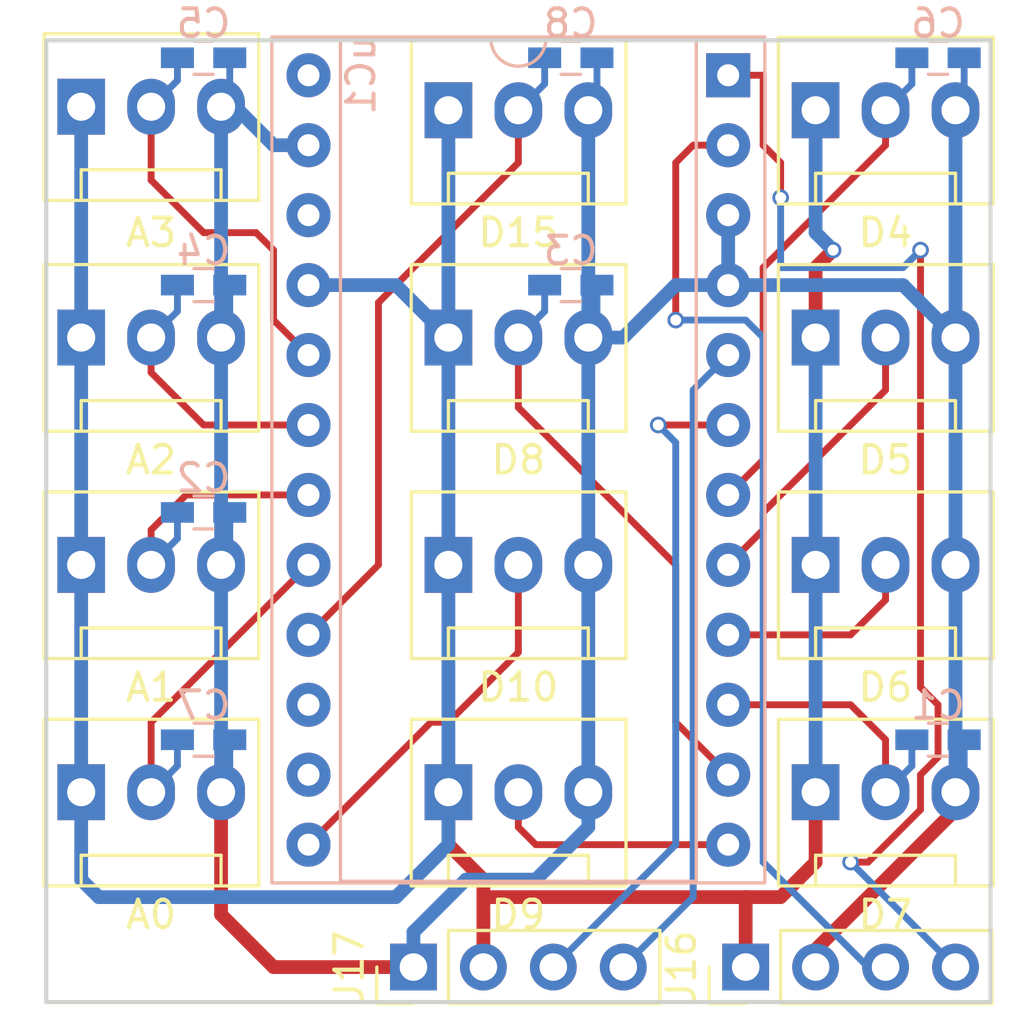
<source format=kicad_pcb>
(kicad_pcb (version 4) (host pcbnew 4.0.7)

  (general
    (links 62)
    (no_connects 0)
    (area 0 0 0 0)
    (thickness 1.6)
    (drawings 4)
    (tracks 171)
    (zones 0)
    (modules 23)
    (nets 23)
  )

  (page A4)
  (layers
    (0 F.Cu signal)
    (31 B.Cu signal)
    (32 B.Adhes user)
    (33 F.Adhes user)
    (34 B.Paste user)
    (35 F.Paste user)
    (36 B.SilkS user)
    (37 F.SilkS user)
    (38 B.Mask user)
    (39 F.Mask user)
    (40 Dwgs.User user)
    (41 Cmts.User user)
    (42 Eco1.User user)
    (43 Eco2.User user)
    (44 Edge.Cuts user)
    (45 Margin user)
    (46 B.CrtYd user)
    (47 F.CrtYd user)
    (48 B.Fab user)
    (49 F.Fab user hide)
  )

  (setup
    (last_trace_width 0.25)
    (user_trace_width 0.5)
    (trace_clearance 0.2)
    (zone_clearance 0.508)
    (zone_45_only no)
    (trace_min 0.2)
    (segment_width 0.2)
    (edge_width 0.15)
    (via_size 0.6)
    (via_drill 0.4)
    (via_min_size 0.4)
    (via_min_drill 0.3)
    (uvia_size 0.3)
    (uvia_drill 0.1)
    (uvias_allowed no)
    (uvia_min_size 0.2)
    (uvia_min_drill 0.1)
    (pcb_text_width 0.3)
    (pcb_text_size 1.5 1.5)
    (mod_edge_width 0.15)
    (mod_text_size 1 1)
    (mod_text_width 0.15)
    (pad_size 1.524 1.524)
    (pad_drill 0.762)
    (pad_to_mask_clearance 0.2)
    (aux_axis_origin 0 0)
    (visible_elements FFFEFF7F)
    (pcbplotparams
      (layerselection 0x00030_80000001)
      (usegerberextensions false)
      (excludeedgelayer true)
      (linewidth 0.100000)
      (plotframeref false)
      (viasonmask false)
      (mode 1)
      (useauxorigin false)
      (hpglpennumber 1)
      (hpglpenspeed 20)
      (hpglpendiameter 15)
      (hpglpenoverlay 2)
      (psnegative false)
      (psa4output false)
      (plotreference true)
      (plotvalue true)
      (plotinvisibletext false)
      (padsonsilk false)
      (subtractmaskfromsilk false)
      (outputformat 1)
      (mirror false)
      (drillshape 1)
      (scaleselection 1)
      (outputdirectory ""))
  )

  (net 0 "")
  (net 1 "Net-(uC1-Pad14)")
  (net 2 "Net-(uC1-Pad15)")
  (net 3 "Net-(uC1-Pad22)")
  (net 4 "Net-(uC1-Pad24)")
  (net 5 VCC)
  (net 6 A3)
  (net 7 GND)
  (net 8 A2)
  (net 9 A1)
  (net 10 A0)
  (net 11 SCL)
  (net 12 SDA)
  (net 13 D5)
  (net 14 D6)
  (net 15 D9)
  (net 16 D10)
  (net 17 D4)
  (net 18 D7)
  (net 19 D8)
  (net 20 D15)
  (net 21 RX)
  (net 22 TX)

  (net_class Default "This is the default net class."
    (clearance 0.2)
    (trace_width 0.25)
    (via_dia 0.6)
    (via_drill 0.4)
    (uvia_dia 0.3)
    (uvia_drill 0.1)
    (add_net A0)
    (add_net A1)
    (add_net A2)
    (add_net A3)
    (add_net D10)
    (add_net D15)
    (add_net D4)
    (add_net D5)
    (add_net D6)
    (add_net D7)
    (add_net D8)
    (add_net D9)
    (add_net GND)
    (add_net "Net-(uC1-Pad14)")
    (add_net "Net-(uC1-Pad15)")
    (add_net "Net-(uC1-Pad22)")
    (add_net "Net-(uC1-Pad24)")
    (add_net RX)
    (add_net SCL)
    (add_net SDA)
    (add_net TX)
    (add_net VCC)
  )

  (module Housings_DIP:DIP-24_W15.24mm_Socket (layer B.Cu) (tedit 5A6CB1ED) (tstamp 5A6CAB8D)
    (at 229.235 107.315 180)
    (descr "24-lead though-hole mounted DIP package, row spacing 15.24 mm (600 mils), Socket")
    (tags "THT DIP DIL PDIP 2.54mm 15.24mm 600mil Socket")
    (path /5A6CADAC)
    (fp_text reference uC1 (at 13.335 0 450) (layer B.SilkS)
      (effects (font (size 1 1) (thickness 0.15)) (justify mirror))
    )
    (fp_text value PROMICRO (at 7.62 -30.27 180) (layer B.Fab)
      (effects (font (size 1 1) (thickness 0.15)) (justify mirror))
    )
    (fp_arc (start 7.62 1.33) (end 6.62 1.33) (angle 180) (layer B.SilkS) (width 0.12))
    (fp_line (start 1.255 1.27) (end 14.985 1.27) (layer B.Fab) (width 0.1))
    (fp_line (start 14.985 1.27) (end 14.985 -29.21) (layer B.Fab) (width 0.1))
    (fp_line (start 14.985 -29.21) (end 0.255 -29.21) (layer B.Fab) (width 0.1))
    (fp_line (start 0.255 -29.21) (end 0.255 0.27) (layer B.Fab) (width 0.1))
    (fp_line (start 0.255 0.27) (end 1.255 1.27) (layer B.Fab) (width 0.1))
    (fp_line (start -1.27 1.33) (end -1.27 -29.27) (layer B.Fab) (width 0.1))
    (fp_line (start -1.27 -29.27) (end 16.51 -29.27) (layer B.Fab) (width 0.1))
    (fp_line (start 16.51 -29.27) (end 16.51 1.33) (layer B.Fab) (width 0.1))
    (fp_line (start 16.51 1.33) (end -1.27 1.33) (layer B.Fab) (width 0.1))
    (fp_line (start 6.62 1.33) (end 1.16 1.33) (layer B.SilkS) (width 0.12))
    (fp_line (start 1.16 1.33) (end 1.16 -29.27) (layer B.SilkS) (width 0.12))
    (fp_line (start 1.16 -29.27) (end 14.08 -29.27) (layer B.SilkS) (width 0.12))
    (fp_line (start 14.08 -29.27) (end 14.08 1.33) (layer B.SilkS) (width 0.12))
    (fp_line (start 14.08 1.33) (end 8.62 1.33) (layer B.SilkS) (width 0.12))
    (fp_line (start -1.33 1.39) (end -1.33 -29.33) (layer B.SilkS) (width 0.12))
    (fp_line (start -1.33 -29.33) (end 16.57 -29.33) (layer B.SilkS) (width 0.12))
    (fp_line (start 16.57 -29.33) (end 16.57 1.39) (layer B.SilkS) (width 0.12))
    (fp_line (start 16.57 1.39) (end -1.33 1.39) (layer B.SilkS) (width 0.12))
    (fp_line (start -1.55 1.6) (end -1.55 -29.55) (layer B.CrtYd) (width 0.05))
    (fp_line (start -1.55 -29.55) (end 16.8 -29.55) (layer B.CrtYd) (width 0.05))
    (fp_line (start 16.8 -29.55) (end 16.8 1.6) (layer B.CrtYd) (width 0.05))
    (fp_line (start 16.8 1.6) (end -1.55 1.6) (layer B.CrtYd) (width 0.05))
    (fp_text user %R (at 7.62 -13.97 180) (layer B.Fab)
      (effects (font (size 1 1) (thickness 0.15)) (justify mirror))
    )
    (pad 1 thru_hole rect (at 0 0 180) (size 1.6 1.6) (drill 0.8) (layers *.Cu *.Mask)
      (net 22 TX))
    (pad 13 thru_hole oval (at 15.24 -27.94 180) (size 1.6 1.6) (drill 0.8) (layers *.Cu *.Mask)
      (net 16 D10))
    (pad 2 thru_hole oval (at 0 -2.54 180) (size 1.6 1.6) (drill 0.8) (layers *.Cu *.Mask)
      (net 21 RX))
    (pad 14 thru_hole oval (at 15.24 -25.4 180) (size 1.6 1.6) (drill 0.8) (layers *.Cu *.Mask)
      (net 1 "Net-(uC1-Pad14)"))
    (pad 3 thru_hole oval (at 0 -5.08 180) (size 1.6 1.6) (drill 0.8) (layers *.Cu *.Mask)
      (net 7 GND))
    (pad 15 thru_hole oval (at 15.24 -22.86 180) (size 1.6 1.6) (drill 0.8) (layers *.Cu *.Mask)
      (net 2 "Net-(uC1-Pad15)"))
    (pad 4 thru_hole oval (at 0 -7.62 180) (size 1.6 1.6) (drill 0.8) (layers *.Cu *.Mask)
      (net 7 GND))
    (pad 16 thru_hole oval (at 15.24 -20.32 180) (size 1.6 1.6) (drill 0.8) (layers *.Cu *.Mask)
      (net 20 D15))
    (pad 5 thru_hole oval (at 0 -10.16 180) (size 1.6 1.6) (drill 0.8) (layers *.Cu *.Mask)
      (net 12 SDA))
    (pad 17 thru_hole oval (at 15.24 -17.78 180) (size 1.6 1.6) (drill 0.8) (layers *.Cu *.Mask)
      (net 10 A0))
    (pad 6 thru_hole oval (at 0 -12.7 180) (size 1.6 1.6) (drill 0.8) (layers *.Cu *.Mask)
      (net 11 SCL))
    (pad 18 thru_hole oval (at 15.24 -15.24 180) (size 1.6 1.6) (drill 0.8) (layers *.Cu *.Mask)
      (net 9 A1))
    (pad 7 thru_hole oval (at 0 -15.24 180) (size 1.6 1.6) (drill 0.8) (layers *.Cu *.Mask)
      (net 17 D4))
    (pad 19 thru_hole oval (at 15.24 -12.7 180) (size 1.6 1.6) (drill 0.8) (layers *.Cu *.Mask)
      (net 8 A2))
    (pad 8 thru_hole oval (at 0 -17.78 180) (size 1.6 1.6) (drill 0.8) (layers *.Cu *.Mask)
      (net 13 D5))
    (pad 20 thru_hole oval (at 15.24 -10.16 180) (size 1.6 1.6) (drill 0.8) (layers *.Cu *.Mask)
      (net 6 A3))
    (pad 9 thru_hole oval (at 0 -20.32 180) (size 1.6 1.6) (drill 0.8) (layers *.Cu *.Mask)
      (net 14 D6))
    (pad 21 thru_hole oval (at 15.24 -7.62 180) (size 1.6 1.6) (drill 0.8) (layers *.Cu *.Mask)
      (net 5 VCC))
    (pad 10 thru_hole oval (at 0 -22.86 180) (size 1.6 1.6) (drill 0.8) (layers *.Cu *.Mask)
      (net 18 D7))
    (pad 22 thru_hole oval (at 15.24 -5.08 180) (size 1.6 1.6) (drill 0.8) (layers *.Cu *.Mask)
      (net 3 "Net-(uC1-Pad22)"))
    (pad 11 thru_hole oval (at 0 -25.4 180) (size 1.6 1.6) (drill 0.8) (layers *.Cu *.Mask)
      (net 19 D8))
    (pad 23 thru_hole oval (at 15.24 -2.54 180) (size 1.6 1.6) (drill 0.8) (layers *.Cu *.Mask)
      (net 7 GND))
    (pad 12 thru_hole oval (at 0 -27.94 180) (size 1.6 1.6) (drill 0.8) (layers *.Cu *.Mask)
      (net 15 D9))
    (pad 24 thru_hole oval (at 15.24 0 180) (size 1.6 1.6) (drill 0.8) (layers *.Cu *.Mask)
      (net 4 "Net-(uC1-Pad24)"))
    (model ${KISYS3DMOD}/Housings_DIP.3dshapes/DIP-24_W15.24mm_Socket.wrl
      (at (xyz 0 0 0))
      (scale (xyz 1 1 1))
      (rotate (xyz 0 0 0))
    )
  )

  (module Pin_Headers:Pin_Header_Straight_1x04_Pitch2.54mm (layer F.Cu) (tedit 59650532) (tstamp 5A6CAE8D)
    (at 217.805 139.7 90)
    (descr "Through hole straight pin header, 1x04, 2.54mm pitch, single row")
    (tags "Through hole pin header THT 1x04 2.54mm single row")
    (path /5A6CAF90)
    (fp_text reference J17 (at 0 -2.33 90) (layer F.SilkS)
      (effects (font (size 1 1) (thickness 0.15)))
    )
    (fp_text value Conn_01x04 (at 0 9.95 90) (layer F.Fab)
      (effects (font (size 1 1) (thickness 0.15)))
    )
    (fp_line (start -0.635 -1.27) (end 1.27 -1.27) (layer F.Fab) (width 0.1))
    (fp_line (start 1.27 -1.27) (end 1.27 8.89) (layer F.Fab) (width 0.1))
    (fp_line (start 1.27 8.89) (end -1.27 8.89) (layer F.Fab) (width 0.1))
    (fp_line (start -1.27 8.89) (end -1.27 -0.635) (layer F.Fab) (width 0.1))
    (fp_line (start -1.27 -0.635) (end -0.635 -1.27) (layer F.Fab) (width 0.1))
    (fp_line (start -1.33 8.95) (end 1.33 8.95) (layer F.SilkS) (width 0.12))
    (fp_line (start -1.33 1.27) (end -1.33 8.95) (layer F.SilkS) (width 0.12))
    (fp_line (start 1.33 1.27) (end 1.33 8.95) (layer F.SilkS) (width 0.12))
    (fp_line (start -1.33 1.27) (end 1.33 1.27) (layer F.SilkS) (width 0.12))
    (fp_line (start -1.33 0) (end -1.33 -1.33) (layer F.SilkS) (width 0.12))
    (fp_line (start -1.33 -1.33) (end 0 -1.33) (layer F.SilkS) (width 0.12))
    (fp_line (start -1.8 -1.8) (end -1.8 9.4) (layer F.CrtYd) (width 0.05))
    (fp_line (start -1.8 9.4) (end 1.8 9.4) (layer F.CrtYd) (width 0.05))
    (fp_line (start 1.8 9.4) (end 1.8 -1.8) (layer F.CrtYd) (width 0.05))
    (fp_line (start 1.8 -1.8) (end -1.8 -1.8) (layer F.CrtYd) (width 0.05))
    (fp_text user %R (at 0 3.81 180) (layer F.Fab)
      (effects (font (size 1 1) (thickness 0.15)))
    )
    (pad 1 thru_hole rect (at 0 0 90) (size 1.7 1.7) (drill 1) (layers *.Cu *.Mask)
      (net 7 GND))
    (pad 2 thru_hole oval (at 0 2.54 90) (size 1.7 1.7) (drill 1) (layers *.Cu *.Mask)
      (net 5 VCC))
    (pad 3 thru_hole oval (at 0 5.08 90) (size 1.7 1.7) (drill 1) (layers *.Cu *.Mask)
      (net 11 SCL))
    (pad 4 thru_hole oval (at 0 7.62 90) (size 1.7 1.7) (drill 1) (layers *.Cu *.Mask)
      (net 12 SDA))
    (model ${KISYS3DMOD}/Pin_Headers.3dshapes/Pin_Header_Straight_1x04_Pitch2.54mm.wrl
      (at (xyz 0 0 0))
      (scale (xyz 1 1 1))
      (rotate (xyz 0 0 0))
    )
  )

  (module Connectors:Fan_Pin_Header_Straight_1x03 (layer F.Cu) (tedit 5A6CBB92) (tstamp 5A6CAEE7)
    (at 205.74 133.35 90)
    (descr "3-pin CPU fan Through hole pin header")
    (tags "pin header 3-pin CPU fan")
    (path /5A6CBFBE)
    (fp_text reference A0 (at -4.445 2.54 180) (layer F.SilkS)
      (effects (font (size 1 1) (thickness 0.15)))
    )
    (fp_text value Conn_01x03 (at 0 7.25 90) (layer F.Fab)
      (effects (font (size 1 1) (thickness 0.15)))
    )
    (fp_text user %R (at 0 -2.1 90) (layer F.Fab)
      (effects (font (size 1 1) (thickness 0.15)))
    )
    (fp_line (start -3.4 -1.35) (end 2.65 -1.35) (layer F.SilkS) (width 0.12))
    (fp_line (start 2.65 -1.35) (end 2.65 6.45) (layer F.SilkS) (width 0.12))
    (fp_line (start 2.65 6.45) (end -3.4 6.45) (layer F.SilkS) (width 0.12))
    (fp_line (start -3.4 6.45) (end -3.4 -1.35) (layer F.SilkS) (width 0.12))
    (fp_line (start -3.3 5.05) (end -2.3 5.05) (layer F.Fab) (width 0.1))
    (fp_line (start -2.3 5.05) (end -2.3 0) (layer F.Fab) (width 0.1))
    (fp_line (start -2.3 0) (end -3.3 0) (layer F.Fab) (width 0.1))
    (fp_line (start -3.3 -1.25) (end 2.55 -1.25) (layer F.Fab) (width 0.1))
    (fp_line (start 2.55 -1.25) (end 2.55 6.35) (layer F.Fab) (width 0.1))
    (fp_line (start 2.55 6.35) (end -3.3 6.35) (layer F.Fab) (width 0.1))
    (fp_line (start -3.3 6.35) (end -3.3 -1.25) (layer F.Fab) (width 0.1))
    (fp_line (start -3.3 0) (end -2.29 0) (layer F.SilkS) (width 0.12))
    (fp_line (start -2.29 0) (end -2.29 5.08) (layer F.SilkS) (width 0.12))
    (fp_line (start -2.29 5.08) (end -3.3 5.08) (layer F.SilkS) (width 0.12))
    (fp_line (start -3.8 -1.75) (end 3.05 -1.75) (layer F.CrtYd) (width 0.05))
    (fp_line (start -3.8 -1.75) (end -3.8 6.85) (layer F.CrtYd) (width 0.05))
    (fp_line (start 3.05 6.85) (end 3.05 -1.75) (layer F.CrtYd) (width 0.05))
    (fp_line (start 3.05 6.85) (end -3.8 6.85) (layer F.CrtYd) (width 0.05))
    (pad 1 thru_hole rect (at 0 0 90) (size 2.03 1.73) (drill 1.02) (layers *.Cu *.Mask)
      (net 5 VCC))
    (pad 2 thru_hole oval (at 0 2.54 90) (size 2.03 1.73) (drill 1.02) (layers *.Cu *.Mask)
      (net 10 A0))
    (pad 3 thru_hole oval (at 0 5.08 90) (size 2.03 1.73) (drill 1.02) (layers *.Cu *.Mask)
      (net 7 GND))
    (model Connectors.3dshapes\Fan_Pin_Header_Straight_1x03.wrl
      (at (xyz 0 0 0))
      (scale (xyz 0.39 0.39 0.39))
      (rotate (xyz 0 0 -90))
    )
  )

  (module Connectors:Fan_Pin_Header_Straight_1x03 (layer F.Cu) (tedit 5A6CBB94) (tstamp 5A6CAEEE)
    (at 205.74 125.095 90)
    (descr "3-pin CPU fan Through hole pin header")
    (tags "pin header 3-pin CPU fan")
    (path /5A6CBFA6)
    (fp_text reference A1 (at -4.445 2.54 180) (layer F.SilkS)
      (effects (font (size 1 1) (thickness 0.15)))
    )
    (fp_text value Conn_01x03 (at 0 7.25 90) (layer F.Fab)
      (effects (font (size 1 1) (thickness 0.15)))
    )
    (fp_text user %R (at 0 -2.1 90) (layer F.Fab)
      (effects (font (size 1 1) (thickness 0.15)))
    )
    (fp_line (start -3.4 -1.35) (end 2.65 -1.35) (layer F.SilkS) (width 0.12))
    (fp_line (start 2.65 -1.35) (end 2.65 6.45) (layer F.SilkS) (width 0.12))
    (fp_line (start 2.65 6.45) (end -3.4 6.45) (layer F.SilkS) (width 0.12))
    (fp_line (start -3.4 6.45) (end -3.4 -1.35) (layer F.SilkS) (width 0.12))
    (fp_line (start -3.3 5.05) (end -2.3 5.05) (layer F.Fab) (width 0.1))
    (fp_line (start -2.3 5.05) (end -2.3 0) (layer F.Fab) (width 0.1))
    (fp_line (start -2.3 0) (end -3.3 0) (layer F.Fab) (width 0.1))
    (fp_line (start -3.3 -1.25) (end 2.55 -1.25) (layer F.Fab) (width 0.1))
    (fp_line (start 2.55 -1.25) (end 2.55 6.35) (layer F.Fab) (width 0.1))
    (fp_line (start 2.55 6.35) (end -3.3 6.35) (layer F.Fab) (width 0.1))
    (fp_line (start -3.3 6.35) (end -3.3 -1.25) (layer F.Fab) (width 0.1))
    (fp_line (start -3.3 0) (end -2.29 0) (layer F.SilkS) (width 0.12))
    (fp_line (start -2.29 0) (end -2.29 5.08) (layer F.SilkS) (width 0.12))
    (fp_line (start -2.29 5.08) (end -3.3 5.08) (layer F.SilkS) (width 0.12))
    (fp_line (start -3.8 -1.75) (end 3.05 -1.75) (layer F.CrtYd) (width 0.05))
    (fp_line (start -3.8 -1.75) (end -3.8 6.85) (layer F.CrtYd) (width 0.05))
    (fp_line (start 3.05 6.85) (end 3.05 -1.75) (layer F.CrtYd) (width 0.05))
    (fp_line (start 3.05 6.85) (end -3.8 6.85) (layer F.CrtYd) (width 0.05))
    (pad 1 thru_hole rect (at 0 0 90) (size 2.03 1.73) (drill 1.02) (layers *.Cu *.Mask)
      (net 5 VCC))
    (pad 2 thru_hole oval (at 0 2.54 90) (size 2.03 1.73) (drill 1.02) (layers *.Cu *.Mask)
      (net 9 A1))
    (pad 3 thru_hole oval (at 0 5.08 90) (size 2.03 1.73) (drill 1.02) (layers *.Cu *.Mask)
      (net 7 GND))
    (model Connectors.3dshapes\Fan_Pin_Header_Straight_1x03.wrl
      (at (xyz 0 0 0))
      (scale (xyz 0.39 0.39 0.39))
      (rotate (xyz 0 0 -90))
    )
  )

  (module Connectors:Fan_Pin_Header_Straight_1x03 (layer F.Cu) (tedit 5A6CBBB5) (tstamp 5A6CAEF5)
    (at 205.74 116.84 90)
    (descr "3-pin CPU fan Through hole pin header")
    (tags "pin header 3-pin CPU fan")
    (path /5A6CBF44)
    (fp_text reference A2 (at -4.445 2.54 180) (layer F.SilkS)
      (effects (font (size 1 1) (thickness 0.15)))
    )
    (fp_text value Conn_01x03 (at 0 7.25 90) (layer F.Fab)
      (effects (font (size 1 1) (thickness 0.15)))
    )
    (fp_text user %R (at 0 -2.1 90) (layer F.Fab)
      (effects (font (size 1 1) (thickness 0.15)))
    )
    (fp_line (start -3.4 -1.35) (end 2.65 -1.35) (layer F.SilkS) (width 0.12))
    (fp_line (start 2.65 -1.35) (end 2.65 6.45) (layer F.SilkS) (width 0.12))
    (fp_line (start 2.65 6.45) (end -3.4 6.45) (layer F.SilkS) (width 0.12))
    (fp_line (start -3.4 6.45) (end -3.4 -1.35) (layer F.SilkS) (width 0.12))
    (fp_line (start -3.3 5.05) (end -2.3 5.05) (layer F.Fab) (width 0.1))
    (fp_line (start -2.3 5.05) (end -2.3 0) (layer F.Fab) (width 0.1))
    (fp_line (start -2.3 0) (end -3.3 0) (layer F.Fab) (width 0.1))
    (fp_line (start -3.3 -1.25) (end 2.55 -1.25) (layer F.Fab) (width 0.1))
    (fp_line (start 2.55 -1.25) (end 2.55 6.35) (layer F.Fab) (width 0.1))
    (fp_line (start 2.55 6.35) (end -3.3 6.35) (layer F.Fab) (width 0.1))
    (fp_line (start -3.3 6.35) (end -3.3 -1.25) (layer F.Fab) (width 0.1))
    (fp_line (start -3.3 0) (end -2.29 0) (layer F.SilkS) (width 0.12))
    (fp_line (start -2.29 0) (end -2.29 5.08) (layer F.SilkS) (width 0.12))
    (fp_line (start -2.29 5.08) (end -3.3 5.08) (layer F.SilkS) (width 0.12))
    (fp_line (start -3.8 -1.75) (end 3.05 -1.75) (layer F.CrtYd) (width 0.05))
    (fp_line (start -3.8 -1.75) (end -3.8 6.85) (layer F.CrtYd) (width 0.05))
    (fp_line (start 3.05 6.85) (end 3.05 -1.75) (layer F.CrtYd) (width 0.05))
    (fp_line (start 3.05 6.85) (end -3.8 6.85) (layer F.CrtYd) (width 0.05))
    (pad 1 thru_hole rect (at 0 0 90) (size 2.03 1.73) (drill 1.02) (layers *.Cu *.Mask)
      (net 5 VCC))
    (pad 2 thru_hole oval (at 0 2.54 90) (size 2.03 1.73) (drill 1.02) (layers *.Cu *.Mask)
      (net 8 A2))
    (pad 3 thru_hole oval (at 0 5.08 90) (size 2.03 1.73) (drill 1.02) (layers *.Cu *.Mask)
      (net 7 GND))
    (model Connectors.3dshapes\Fan_Pin_Header_Straight_1x03.wrl
      (at (xyz 0 0 0))
      (scale (xyz 0.39 0.39 0.39))
      (rotate (xyz 0 0 -90))
    )
  )

  (module Connectors:Fan_Pin_Header_Straight_1x03 (layer F.Cu) (tedit 5A6CBBB6) (tstamp 5A6CAEFC)
    (at 205.74 108.458 90)
    (descr "3-pin CPU fan Through hole pin header")
    (tags "pin header 3-pin CPU fan")
    (path /5A6CA966)
    (fp_text reference A3 (at -4.572 2.54 180) (layer F.SilkS)
      (effects (font (size 1 1) (thickness 0.15)))
    )
    (fp_text value Conn_01x03 (at 0 7.25 90) (layer F.Fab)
      (effects (font (size 1 1) (thickness 0.15)))
    )
    (fp_text user %R (at 0 -2.1 90) (layer F.Fab)
      (effects (font (size 1 1) (thickness 0.15)))
    )
    (fp_line (start -3.4 -1.35) (end 2.65 -1.35) (layer F.SilkS) (width 0.12))
    (fp_line (start 2.65 -1.35) (end 2.65 6.45) (layer F.SilkS) (width 0.12))
    (fp_line (start 2.65 6.45) (end -3.4 6.45) (layer F.SilkS) (width 0.12))
    (fp_line (start -3.4 6.45) (end -3.4 -1.35) (layer F.SilkS) (width 0.12))
    (fp_line (start -3.3 5.05) (end -2.3 5.05) (layer F.Fab) (width 0.1))
    (fp_line (start -2.3 5.05) (end -2.3 0) (layer F.Fab) (width 0.1))
    (fp_line (start -2.3 0) (end -3.3 0) (layer F.Fab) (width 0.1))
    (fp_line (start -3.3 -1.25) (end 2.55 -1.25) (layer F.Fab) (width 0.1))
    (fp_line (start 2.55 -1.25) (end 2.55 6.35) (layer F.Fab) (width 0.1))
    (fp_line (start 2.55 6.35) (end -3.3 6.35) (layer F.Fab) (width 0.1))
    (fp_line (start -3.3 6.35) (end -3.3 -1.25) (layer F.Fab) (width 0.1))
    (fp_line (start -3.3 0) (end -2.29 0) (layer F.SilkS) (width 0.12))
    (fp_line (start -2.29 0) (end -2.29 5.08) (layer F.SilkS) (width 0.12))
    (fp_line (start -2.29 5.08) (end -3.3 5.08) (layer F.SilkS) (width 0.12))
    (fp_line (start -3.8 -1.75) (end 3.05 -1.75) (layer F.CrtYd) (width 0.05))
    (fp_line (start -3.8 -1.75) (end -3.8 6.85) (layer F.CrtYd) (width 0.05))
    (fp_line (start 3.05 6.85) (end 3.05 -1.75) (layer F.CrtYd) (width 0.05))
    (fp_line (start 3.05 6.85) (end -3.8 6.85) (layer F.CrtYd) (width 0.05))
    (pad 1 thru_hole rect (at 0 0 90) (size 2.03 1.73) (drill 1.02) (layers *.Cu *.Mask)
      (net 5 VCC))
    (pad 2 thru_hole oval (at 0 2.54 90) (size 2.03 1.73) (drill 1.02) (layers *.Cu *.Mask)
      (net 6 A3))
    (pad 3 thru_hole oval (at 0 5.08 90) (size 2.03 1.73) (drill 1.02) (layers *.Cu *.Mask)
      (net 7 GND))
    (model Connectors.3dshapes\Fan_Pin_Header_Straight_1x03.wrl
      (at (xyz 0 0 0))
      (scale (xyz 0.39 0.39 0.39))
      (rotate (xyz 0 0 -90))
    )
  )

  (module Connectors:Fan_Pin_Header_Straight_1x03 (layer F.Cu) (tedit 5A6CBBA7) (tstamp 5A6CAFF8)
    (at 232.41 116.84 90)
    (descr "3-pin CPU fan Through hole pin header")
    (tags "pin header 3-pin CPU fan")
    (path /5A6CDD10)
    (fp_text reference D5 (at -4.445 2.54 180) (layer F.SilkS)
      (effects (font (size 1 1) (thickness 0.15)))
    )
    (fp_text value Conn_01x03 (at 0 7.25 90) (layer F.Fab)
      (effects (font (size 1 1) (thickness 0.15)))
    )
    (fp_text user %R (at 0 -2.1 90) (layer F.Fab)
      (effects (font (size 1 1) (thickness 0.15)))
    )
    (fp_line (start -3.4 -1.35) (end 2.65 -1.35) (layer F.SilkS) (width 0.12))
    (fp_line (start 2.65 -1.35) (end 2.65 6.45) (layer F.SilkS) (width 0.12))
    (fp_line (start 2.65 6.45) (end -3.4 6.45) (layer F.SilkS) (width 0.12))
    (fp_line (start -3.4 6.45) (end -3.4 -1.35) (layer F.SilkS) (width 0.12))
    (fp_line (start -3.3 5.05) (end -2.3 5.05) (layer F.Fab) (width 0.1))
    (fp_line (start -2.3 5.05) (end -2.3 0) (layer F.Fab) (width 0.1))
    (fp_line (start -2.3 0) (end -3.3 0) (layer F.Fab) (width 0.1))
    (fp_line (start -3.3 -1.25) (end 2.55 -1.25) (layer F.Fab) (width 0.1))
    (fp_line (start 2.55 -1.25) (end 2.55 6.35) (layer F.Fab) (width 0.1))
    (fp_line (start 2.55 6.35) (end -3.3 6.35) (layer F.Fab) (width 0.1))
    (fp_line (start -3.3 6.35) (end -3.3 -1.25) (layer F.Fab) (width 0.1))
    (fp_line (start -3.3 0) (end -2.29 0) (layer F.SilkS) (width 0.12))
    (fp_line (start -2.29 0) (end -2.29 5.08) (layer F.SilkS) (width 0.12))
    (fp_line (start -2.29 5.08) (end -3.3 5.08) (layer F.SilkS) (width 0.12))
    (fp_line (start -3.8 -1.75) (end 3.05 -1.75) (layer F.CrtYd) (width 0.05))
    (fp_line (start -3.8 -1.75) (end -3.8 6.85) (layer F.CrtYd) (width 0.05))
    (fp_line (start 3.05 6.85) (end 3.05 -1.75) (layer F.CrtYd) (width 0.05))
    (fp_line (start 3.05 6.85) (end -3.8 6.85) (layer F.CrtYd) (width 0.05))
    (pad 1 thru_hole rect (at 0 0 90) (size 2.03 1.73) (drill 1.02) (layers *.Cu *.Mask)
      (net 5 VCC))
    (pad 2 thru_hole oval (at 0 2.54 90) (size 2.03 1.73) (drill 1.02) (layers *.Cu *.Mask)
      (net 13 D5))
    (pad 3 thru_hole oval (at 0 5.08 90) (size 2.03 1.73) (drill 1.02) (layers *.Cu *.Mask)
      (net 7 GND))
    (model Connectors.3dshapes\Fan_Pin_Header_Straight_1x03.wrl
      (at (xyz 0 0 0))
      (scale (xyz 0.39 0.39 0.39))
      (rotate (xyz 0 0 -90))
    )
  )

  (module Connectors:Fan_Pin_Header_Straight_1x03 (layer F.Cu) (tedit 5A6CBB9F) (tstamp 5A6CAFFF)
    (at 232.41 125.095 90)
    (descr "3-pin CPU fan Through hole pin header")
    (tags "pin header 3-pin CPU fan")
    (path /5A6CDD23)
    (fp_text reference D6 (at -4.445 2.54 180) (layer F.SilkS)
      (effects (font (size 1 1) (thickness 0.15)))
    )
    (fp_text value Conn_01x03 (at 0 7.25 90) (layer F.Fab)
      (effects (font (size 1 1) (thickness 0.15)))
    )
    (fp_text user %R (at 0 -2.1 90) (layer F.Fab)
      (effects (font (size 1 1) (thickness 0.15)))
    )
    (fp_line (start -3.4 -1.35) (end 2.65 -1.35) (layer F.SilkS) (width 0.12))
    (fp_line (start 2.65 -1.35) (end 2.65 6.45) (layer F.SilkS) (width 0.12))
    (fp_line (start 2.65 6.45) (end -3.4 6.45) (layer F.SilkS) (width 0.12))
    (fp_line (start -3.4 6.45) (end -3.4 -1.35) (layer F.SilkS) (width 0.12))
    (fp_line (start -3.3 5.05) (end -2.3 5.05) (layer F.Fab) (width 0.1))
    (fp_line (start -2.3 5.05) (end -2.3 0) (layer F.Fab) (width 0.1))
    (fp_line (start -2.3 0) (end -3.3 0) (layer F.Fab) (width 0.1))
    (fp_line (start -3.3 -1.25) (end 2.55 -1.25) (layer F.Fab) (width 0.1))
    (fp_line (start 2.55 -1.25) (end 2.55 6.35) (layer F.Fab) (width 0.1))
    (fp_line (start 2.55 6.35) (end -3.3 6.35) (layer F.Fab) (width 0.1))
    (fp_line (start -3.3 6.35) (end -3.3 -1.25) (layer F.Fab) (width 0.1))
    (fp_line (start -3.3 0) (end -2.29 0) (layer F.SilkS) (width 0.12))
    (fp_line (start -2.29 0) (end -2.29 5.08) (layer F.SilkS) (width 0.12))
    (fp_line (start -2.29 5.08) (end -3.3 5.08) (layer F.SilkS) (width 0.12))
    (fp_line (start -3.8 -1.75) (end 3.05 -1.75) (layer F.CrtYd) (width 0.05))
    (fp_line (start -3.8 -1.75) (end -3.8 6.85) (layer F.CrtYd) (width 0.05))
    (fp_line (start 3.05 6.85) (end 3.05 -1.75) (layer F.CrtYd) (width 0.05))
    (fp_line (start 3.05 6.85) (end -3.8 6.85) (layer F.CrtYd) (width 0.05))
    (pad 1 thru_hole rect (at 0 0 90) (size 2.03 1.73) (drill 1.02) (layers *.Cu *.Mask)
      (net 5 VCC))
    (pad 2 thru_hole oval (at 0 2.54 90) (size 2.03 1.73) (drill 1.02) (layers *.Cu *.Mask)
      (net 14 D6))
    (pad 3 thru_hole oval (at 0 5.08 90) (size 2.03 1.73) (drill 1.02) (layers *.Cu *.Mask)
      (net 7 GND))
    (model Connectors.3dshapes\Fan_Pin_Header_Straight_1x03.wrl
      (at (xyz 0 0 0))
      (scale (xyz 0.39 0.39 0.39))
      (rotate (xyz 0 0 -90))
    )
  )

  (module Connectors:Fan_Pin_Header_Straight_1x03 (layer F.Cu) (tedit 5A6CBB9A) (tstamp 5A6CB006)
    (at 219.075 133.35 90)
    (descr "3-pin CPU fan Through hole pin header")
    (tags "pin header 3-pin CPU fan")
    (path /5A6CDD36)
    (fp_text reference D9 (at -4.445 2.54 180) (layer F.SilkS)
      (effects (font (size 1 1) (thickness 0.15)))
    )
    (fp_text value Conn_01x03 (at 0 7.25 90) (layer F.Fab)
      (effects (font (size 1 1) (thickness 0.15)))
    )
    (fp_text user %R (at 0 -2.1 90) (layer F.Fab)
      (effects (font (size 1 1) (thickness 0.15)))
    )
    (fp_line (start -3.4 -1.35) (end 2.65 -1.35) (layer F.SilkS) (width 0.12))
    (fp_line (start 2.65 -1.35) (end 2.65 6.45) (layer F.SilkS) (width 0.12))
    (fp_line (start 2.65 6.45) (end -3.4 6.45) (layer F.SilkS) (width 0.12))
    (fp_line (start -3.4 6.45) (end -3.4 -1.35) (layer F.SilkS) (width 0.12))
    (fp_line (start -3.3 5.05) (end -2.3 5.05) (layer F.Fab) (width 0.1))
    (fp_line (start -2.3 5.05) (end -2.3 0) (layer F.Fab) (width 0.1))
    (fp_line (start -2.3 0) (end -3.3 0) (layer F.Fab) (width 0.1))
    (fp_line (start -3.3 -1.25) (end 2.55 -1.25) (layer F.Fab) (width 0.1))
    (fp_line (start 2.55 -1.25) (end 2.55 6.35) (layer F.Fab) (width 0.1))
    (fp_line (start 2.55 6.35) (end -3.3 6.35) (layer F.Fab) (width 0.1))
    (fp_line (start -3.3 6.35) (end -3.3 -1.25) (layer F.Fab) (width 0.1))
    (fp_line (start -3.3 0) (end -2.29 0) (layer F.SilkS) (width 0.12))
    (fp_line (start -2.29 0) (end -2.29 5.08) (layer F.SilkS) (width 0.12))
    (fp_line (start -2.29 5.08) (end -3.3 5.08) (layer F.SilkS) (width 0.12))
    (fp_line (start -3.8 -1.75) (end 3.05 -1.75) (layer F.CrtYd) (width 0.05))
    (fp_line (start -3.8 -1.75) (end -3.8 6.85) (layer F.CrtYd) (width 0.05))
    (fp_line (start 3.05 6.85) (end 3.05 -1.75) (layer F.CrtYd) (width 0.05))
    (fp_line (start 3.05 6.85) (end -3.8 6.85) (layer F.CrtYd) (width 0.05))
    (pad 1 thru_hole rect (at 0 0 90) (size 2.03 1.73) (drill 1.02) (layers *.Cu *.Mask)
      (net 5 VCC))
    (pad 2 thru_hole oval (at 0 2.54 90) (size 2.03 1.73) (drill 1.02) (layers *.Cu *.Mask)
      (net 15 D9))
    (pad 3 thru_hole oval (at 0 5.08 90) (size 2.03 1.73) (drill 1.02) (layers *.Cu *.Mask)
      (net 7 GND))
    (model Connectors.3dshapes\Fan_Pin_Header_Straight_1x03.wrl
      (at (xyz 0 0 0))
      (scale (xyz 0.39 0.39 0.39))
      (rotate (xyz 0 0 -90))
    )
  )

  (module Connectors:Fan_Pin_Header_Straight_1x03 (layer F.Cu) (tedit 5A6CBBA2) (tstamp 5A6CB00D)
    (at 219.075 125.095 90)
    (descr "3-pin CPU fan Through hole pin header")
    (tags "pin header 3-pin CPU fan")
    (path /5A6CDD49)
    (fp_text reference D10 (at -4.445 2.54 180) (layer F.SilkS)
      (effects (font (size 1 1) (thickness 0.15)))
    )
    (fp_text value Conn_01x03 (at 0 7.25 90) (layer F.Fab)
      (effects (font (size 1 1) (thickness 0.15)))
    )
    (fp_text user %R (at 0 -2.1 90) (layer F.Fab)
      (effects (font (size 1 1) (thickness 0.15)))
    )
    (fp_line (start -3.4 -1.35) (end 2.65 -1.35) (layer F.SilkS) (width 0.12))
    (fp_line (start 2.65 -1.35) (end 2.65 6.45) (layer F.SilkS) (width 0.12))
    (fp_line (start 2.65 6.45) (end -3.4 6.45) (layer F.SilkS) (width 0.12))
    (fp_line (start -3.4 6.45) (end -3.4 -1.35) (layer F.SilkS) (width 0.12))
    (fp_line (start -3.3 5.05) (end -2.3 5.05) (layer F.Fab) (width 0.1))
    (fp_line (start -2.3 5.05) (end -2.3 0) (layer F.Fab) (width 0.1))
    (fp_line (start -2.3 0) (end -3.3 0) (layer F.Fab) (width 0.1))
    (fp_line (start -3.3 -1.25) (end 2.55 -1.25) (layer F.Fab) (width 0.1))
    (fp_line (start 2.55 -1.25) (end 2.55 6.35) (layer F.Fab) (width 0.1))
    (fp_line (start 2.55 6.35) (end -3.3 6.35) (layer F.Fab) (width 0.1))
    (fp_line (start -3.3 6.35) (end -3.3 -1.25) (layer F.Fab) (width 0.1))
    (fp_line (start -3.3 0) (end -2.29 0) (layer F.SilkS) (width 0.12))
    (fp_line (start -2.29 0) (end -2.29 5.08) (layer F.SilkS) (width 0.12))
    (fp_line (start -2.29 5.08) (end -3.3 5.08) (layer F.SilkS) (width 0.12))
    (fp_line (start -3.8 -1.75) (end 3.05 -1.75) (layer F.CrtYd) (width 0.05))
    (fp_line (start -3.8 -1.75) (end -3.8 6.85) (layer F.CrtYd) (width 0.05))
    (fp_line (start 3.05 6.85) (end 3.05 -1.75) (layer F.CrtYd) (width 0.05))
    (fp_line (start 3.05 6.85) (end -3.8 6.85) (layer F.CrtYd) (width 0.05))
    (pad 1 thru_hole rect (at 0 0 90) (size 2.03 1.73) (drill 1.02) (layers *.Cu *.Mask)
      (net 5 VCC))
    (pad 2 thru_hole oval (at 0 2.54 90) (size 2.03 1.73) (drill 1.02) (layers *.Cu *.Mask)
      (net 16 D10))
    (pad 3 thru_hole oval (at 0 5.08 90) (size 2.03 1.73) (drill 1.02) (layers *.Cu *.Mask)
      (net 7 GND))
    (model Connectors.3dshapes\Fan_Pin_Header_Straight_1x03.wrl
      (at (xyz 0 0 0))
      (scale (xyz 0.39 0.39 0.39))
      (rotate (xyz 0 0 -90))
    )
  )

  (module Connectors:Fan_Pin_Header_Straight_1x03 (layer F.Cu) (tedit 5A6CBBA9) (tstamp 5A6CB0FA)
    (at 232.41 108.585 90)
    (descr "3-pin CPU fan Through hole pin header")
    (tags "pin header 3-pin CPU fan")
    (path /5A6CE288)
    (fp_text reference D4 (at -4.445 2.54 180) (layer F.SilkS)
      (effects (font (size 1 1) (thickness 0.15)))
    )
    (fp_text value Conn_01x03 (at 0 7.25 90) (layer F.Fab)
      (effects (font (size 1 1) (thickness 0.15)))
    )
    (fp_text user %R (at 0 -2.1 90) (layer F.Fab)
      (effects (font (size 1 1) (thickness 0.15)))
    )
    (fp_line (start -3.4 -1.35) (end 2.65 -1.35) (layer F.SilkS) (width 0.12))
    (fp_line (start 2.65 -1.35) (end 2.65 6.45) (layer F.SilkS) (width 0.12))
    (fp_line (start 2.65 6.45) (end -3.4 6.45) (layer F.SilkS) (width 0.12))
    (fp_line (start -3.4 6.45) (end -3.4 -1.35) (layer F.SilkS) (width 0.12))
    (fp_line (start -3.3 5.05) (end -2.3 5.05) (layer F.Fab) (width 0.1))
    (fp_line (start -2.3 5.05) (end -2.3 0) (layer F.Fab) (width 0.1))
    (fp_line (start -2.3 0) (end -3.3 0) (layer F.Fab) (width 0.1))
    (fp_line (start -3.3 -1.25) (end 2.55 -1.25) (layer F.Fab) (width 0.1))
    (fp_line (start 2.55 -1.25) (end 2.55 6.35) (layer F.Fab) (width 0.1))
    (fp_line (start 2.55 6.35) (end -3.3 6.35) (layer F.Fab) (width 0.1))
    (fp_line (start -3.3 6.35) (end -3.3 -1.25) (layer F.Fab) (width 0.1))
    (fp_line (start -3.3 0) (end -2.29 0) (layer F.SilkS) (width 0.12))
    (fp_line (start -2.29 0) (end -2.29 5.08) (layer F.SilkS) (width 0.12))
    (fp_line (start -2.29 5.08) (end -3.3 5.08) (layer F.SilkS) (width 0.12))
    (fp_line (start -3.8 -1.75) (end 3.05 -1.75) (layer F.CrtYd) (width 0.05))
    (fp_line (start -3.8 -1.75) (end -3.8 6.85) (layer F.CrtYd) (width 0.05))
    (fp_line (start 3.05 6.85) (end 3.05 -1.75) (layer F.CrtYd) (width 0.05))
    (fp_line (start 3.05 6.85) (end -3.8 6.85) (layer F.CrtYd) (width 0.05))
    (pad 1 thru_hole rect (at 0 0 90) (size 2.03 1.73) (drill 1.02) (layers *.Cu *.Mask)
      (net 5 VCC))
    (pad 2 thru_hole oval (at 0 2.54 90) (size 2.03 1.73) (drill 1.02) (layers *.Cu *.Mask)
      (net 17 D4))
    (pad 3 thru_hole oval (at 0 5.08 90) (size 2.03 1.73) (drill 1.02) (layers *.Cu *.Mask)
      (net 7 GND))
    (model Connectors.3dshapes\Fan_Pin_Header_Straight_1x03.wrl
      (at (xyz 0 0 0))
      (scale (xyz 0.39 0.39 0.39))
      (rotate (xyz 0 0 -90))
    )
  )

  (module Connectors:Fan_Pin_Header_Straight_1x03 (layer F.Cu) (tedit 5A6CBB9D) (tstamp 5A6CB101)
    (at 232.41 133.35 90)
    (descr "3-pin CPU fan Through hole pin header")
    (tags "pin header 3-pin CPU fan")
    (path /5A6CE29B)
    (fp_text reference D7 (at -4.445 2.54 180) (layer F.SilkS)
      (effects (font (size 1 1) (thickness 0.15)))
    )
    (fp_text value Conn_01x03 (at 0 7.25 90) (layer F.Fab)
      (effects (font (size 1 1) (thickness 0.15)))
    )
    (fp_text user %R (at 0 -2.1 90) (layer F.Fab)
      (effects (font (size 1 1) (thickness 0.15)))
    )
    (fp_line (start -3.4 -1.35) (end 2.65 -1.35) (layer F.SilkS) (width 0.12))
    (fp_line (start 2.65 -1.35) (end 2.65 6.45) (layer F.SilkS) (width 0.12))
    (fp_line (start 2.65 6.45) (end -3.4 6.45) (layer F.SilkS) (width 0.12))
    (fp_line (start -3.4 6.45) (end -3.4 -1.35) (layer F.SilkS) (width 0.12))
    (fp_line (start -3.3 5.05) (end -2.3 5.05) (layer F.Fab) (width 0.1))
    (fp_line (start -2.3 5.05) (end -2.3 0) (layer F.Fab) (width 0.1))
    (fp_line (start -2.3 0) (end -3.3 0) (layer F.Fab) (width 0.1))
    (fp_line (start -3.3 -1.25) (end 2.55 -1.25) (layer F.Fab) (width 0.1))
    (fp_line (start 2.55 -1.25) (end 2.55 6.35) (layer F.Fab) (width 0.1))
    (fp_line (start 2.55 6.35) (end -3.3 6.35) (layer F.Fab) (width 0.1))
    (fp_line (start -3.3 6.35) (end -3.3 -1.25) (layer F.Fab) (width 0.1))
    (fp_line (start -3.3 0) (end -2.29 0) (layer F.SilkS) (width 0.12))
    (fp_line (start -2.29 0) (end -2.29 5.08) (layer F.SilkS) (width 0.12))
    (fp_line (start -2.29 5.08) (end -3.3 5.08) (layer F.SilkS) (width 0.12))
    (fp_line (start -3.8 -1.75) (end 3.05 -1.75) (layer F.CrtYd) (width 0.05))
    (fp_line (start -3.8 -1.75) (end -3.8 6.85) (layer F.CrtYd) (width 0.05))
    (fp_line (start 3.05 6.85) (end 3.05 -1.75) (layer F.CrtYd) (width 0.05))
    (fp_line (start 3.05 6.85) (end -3.8 6.85) (layer F.CrtYd) (width 0.05))
    (pad 1 thru_hole rect (at 0 0 90) (size 2.03 1.73) (drill 1.02) (layers *.Cu *.Mask)
      (net 5 VCC))
    (pad 2 thru_hole oval (at 0 2.54 90) (size 2.03 1.73) (drill 1.02) (layers *.Cu *.Mask)
      (net 18 D7))
    (pad 3 thru_hole oval (at 0 5.08 90) (size 2.03 1.73) (drill 1.02) (layers *.Cu *.Mask)
      (net 7 GND))
    (model Connectors.3dshapes\Fan_Pin_Header_Straight_1x03.wrl
      (at (xyz 0 0 0))
      (scale (xyz 0.39 0.39 0.39))
      (rotate (xyz 0 0 -90))
    )
  )

  (module Connectors:Fan_Pin_Header_Straight_1x03 (layer F.Cu) (tedit 5A6CBBAE) (tstamp 5A6CB108)
    (at 219.075 116.84 90)
    (descr "3-pin CPU fan Through hole pin header")
    (tags "pin header 3-pin CPU fan")
    (path /5A6CE2AE)
    (fp_text reference D8 (at -4.445 2.54 180) (layer F.SilkS)
      (effects (font (size 1 1) (thickness 0.15)))
    )
    (fp_text value Conn_01x03 (at 0 7.25 90) (layer F.Fab)
      (effects (font (size 1 1) (thickness 0.15)))
    )
    (fp_text user %R (at 0 -2.1 90) (layer F.Fab)
      (effects (font (size 1 1) (thickness 0.15)))
    )
    (fp_line (start -3.4 -1.35) (end 2.65 -1.35) (layer F.SilkS) (width 0.12))
    (fp_line (start 2.65 -1.35) (end 2.65 6.45) (layer F.SilkS) (width 0.12))
    (fp_line (start 2.65 6.45) (end -3.4 6.45) (layer F.SilkS) (width 0.12))
    (fp_line (start -3.4 6.45) (end -3.4 -1.35) (layer F.SilkS) (width 0.12))
    (fp_line (start -3.3 5.05) (end -2.3 5.05) (layer F.Fab) (width 0.1))
    (fp_line (start -2.3 5.05) (end -2.3 0) (layer F.Fab) (width 0.1))
    (fp_line (start -2.3 0) (end -3.3 0) (layer F.Fab) (width 0.1))
    (fp_line (start -3.3 -1.25) (end 2.55 -1.25) (layer F.Fab) (width 0.1))
    (fp_line (start 2.55 -1.25) (end 2.55 6.35) (layer F.Fab) (width 0.1))
    (fp_line (start 2.55 6.35) (end -3.3 6.35) (layer F.Fab) (width 0.1))
    (fp_line (start -3.3 6.35) (end -3.3 -1.25) (layer F.Fab) (width 0.1))
    (fp_line (start -3.3 0) (end -2.29 0) (layer F.SilkS) (width 0.12))
    (fp_line (start -2.29 0) (end -2.29 5.08) (layer F.SilkS) (width 0.12))
    (fp_line (start -2.29 5.08) (end -3.3 5.08) (layer F.SilkS) (width 0.12))
    (fp_line (start -3.8 -1.75) (end 3.05 -1.75) (layer F.CrtYd) (width 0.05))
    (fp_line (start -3.8 -1.75) (end -3.8 6.85) (layer F.CrtYd) (width 0.05))
    (fp_line (start 3.05 6.85) (end 3.05 -1.75) (layer F.CrtYd) (width 0.05))
    (fp_line (start 3.05 6.85) (end -3.8 6.85) (layer F.CrtYd) (width 0.05))
    (pad 1 thru_hole rect (at 0 0 90) (size 2.03 1.73) (drill 1.02) (layers *.Cu *.Mask)
      (net 5 VCC))
    (pad 2 thru_hole oval (at 0 2.54 90) (size 2.03 1.73) (drill 1.02) (layers *.Cu *.Mask)
      (net 19 D8))
    (pad 3 thru_hole oval (at 0 5.08 90) (size 2.03 1.73) (drill 1.02) (layers *.Cu *.Mask)
      (net 7 GND))
    (model Connectors.3dshapes\Fan_Pin_Header_Straight_1x03.wrl
      (at (xyz 0 0 0))
      (scale (xyz 0.39 0.39 0.39))
      (rotate (xyz 0 0 -90))
    )
  )

  (module Connectors:Fan_Pin_Header_Straight_1x03 (layer F.Cu) (tedit 5A6CBBB1) (tstamp 5A6CB10F)
    (at 219.075 108.585 90)
    (descr "3-pin CPU fan Through hole pin header")
    (tags "pin header 3-pin CPU fan")
    (path /5A6CE2C1)
    (fp_text reference D15 (at -4.445 2.54 180) (layer F.SilkS)
      (effects (font (size 1 1) (thickness 0.15)))
    )
    (fp_text value Conn_01x03 (at 0 7.25 90) (layer F.Fab)
      (effects (font (size 1 1) (thickness 0.15)))
    )
    (fp_text user %R (at 0 -2.1 90) (layer F.Fab)
      (effects (font (size 1 1) (thickness 0.15)))
    )
    (fp_line (start -3.4 -1.35) (end 2.65 -1.35) (layer F.SilkS) (width 0.12))
    (fp_line (start 2.65 -1.35) (end 2.65 6.45) (layer F.SilkS) (width 0.12))
    (fp_line (start 2.65 6.45) (end -3.4 6.45) (layer F.SilkS) (width 0.12))
    (fp_line (start -3.4 6.45) (end -3.4 -1.35) (layer F.SilkS) (width 0.12))
    (fp_line (start -3.3 5.05) (end -2.3 5.05) (layer F.Fab) (width 0.1))
    (fp_line (start -2.3 5.05) (end -2.3 0) (layer F.Fab) (width 0.1))
    (fp_line (start -2.3 0) (end -3.3 0) (layer F.Fab) (width 0.1))
    (fp_line (start -3.3 -1.25) (end 2.55 -1.25) (layer F.Fab) (width 0.1))
    (fp_line (start 2.55 -1.25) (end 2.55 6.35) (layer F.Fab) (width 0.1))
    (fp_line (start 2.55 6.35) (end -3.3 6.35) (layer F.Fab) (width 0.1))
    (fp_line (start -3.3 6.35) (end -3.3 -1.25) (layer F.Fab) (width 0.1))
    (fp_line (start -3.3 0) (end -2.29 0) (layer F.SilkS) (width 0.12))
    (fp_line (start -2.29 0) (end -2.29 5.08) (layer F.SilkS) (width 0.12))
    (fp_line (start -2.29 5.08) (end -3.3 5.08) (layer F.SilkS) (width 0.12))
    (fp_line (start -3.8 -1.75) (end 3.05 -1.75) (layer F.CrtYd) (width 0.05))
    (fp_line (start -3.8 -1.75) (end -3.8 6.85) (layer F.CrtYd) (width 0.05))
    (fp_line (start 3.05 6.85) (end 3.05 -1.75) (layer F.CrtYd) (width 0.05))
    (fp_line (start 3.05 6.85) (end -3.8 6.85) (layer F.CrtYd) (width 0.05))
    (pad 1 thru_hole rect (at 0 0 90) (size 2.03 1.73) (drill 1.02) (layers *.Cu *.Mask)
      (net 5 VCC))
    (pad 2 thru_hole oval (at 0 2.54 90) (size 2.03 1.73) (drill 1.02) (layers *.Cu *.Mask)
      (net 20 D15))
    (pad 3 thru_hole oval (at 0 5.08 90) (size 2.03 1.73) (drill 1.02) (layers *.Cu *.Mask)
      (net 7 GND))
    (model Connectors.3dshapes\Fan_Pin_Header_Straight_1x03.wrl
      (at (xyz 0 0 0))
      (scale (xyz 0.39 0.39 0.39))
      (rotate (xyz 0 0 -90))
    )
  )

  (module Capacitors_SMD:C_0603_HandSoldering (layer B.Cu) (tedit 58AA848B) (tstamp 5A6CB342)
    (at 236.855 131.445 180)
    (descr "Capacitor SMD 0603, hand soldering")
    (tags "capacitor 0603")
    (path /5A6CEF5A)
    (attr smd)
    (fp_text reference C1 (at 0 1.25 180) (layer B.SilkS)
      (effects (font (size 1 1) (thickness 0.15)) (justify mirror))
    )
    (fp_text value C_Small (at 0 -1.5 180) (layer B.Fab)
      (effects (font (size 1 1) (thickness 0.15)) (justify mirror))
    )
    (fp_text user %R (at 0 1.25 180) (layer B.Fab)
      (effects (font (size 1 1) (thickness 0.15)) (justify mirror))
    )
    (fp_line (start -0.8 -0.4) (end -0.8 0.4) (layer B.Fab) (width 0.1))
    (fp_line (start 0.8 -0.4) (end -0.8 -0.4) (layer B.Fab) (width 0.1))
    (fp_line (start 0.8 0.4) (end 0.8 -0.4) (layer B.Fab) (width 0.1))
    (fp_line (start -0.8 0.4) (end 0.8 0.4) (layer B.Fab) (width 0.1))
    (fp_line (start -0.35 0.6) (end 0.35 0.6) (layer B.SilkS) (width 0.12))
    (fp_line (start 0.35 -0.6) (end -0.35 -0.6) (layer B.SilkS) (width 0.12))
    (fp_line (start -1.8 0.65) (end 1.8 0.65) (layer B.CrtYd) (width 0.05))
    (fp_line (start -1.8 0.65) (end -1.8 -0.65) (layer B.CrtYd) (width 0.05))
    (fp_line (start 1.8 -0.65) (end 1.8 0.65) (layer B.CrtYd) (width 0.05))
    (fp_line (start 1.8 -0.65) (end -1.8 -0.65) (layer B.CrtYd) (width 0.05))
    (pad 1 smd rect (at -0.95 0 180) (size 1.2 0.75) (layers B.Cu B.Paste B.Mask)
      (net 7 GND))
    (pad 2 smd rect (at 0.95 0 180) (size 1.2 0.75) (layers B.Cu B.Paste B.Mask)
      (net 18 D7))
    (model Capacitors_SMD.3dshapes/C_0603.wrl
      (at (xyz 0 0 0))
      (scale (xyz 1 1 1))
      (rotate (xyz 0 0 0))
    )
  )

  (module Capacitors_SMD:C_0603_HandSoldering (layer B.Cu) (tedit 58AA848B) (tstamp 5A6CB348)
    (at 210.185 123.19 180)
    (descr "Capacitor SMD 0603, hand soldering")
    (tags "capacitor 0603")
    (path /5A6CF004)
    (attr smd)
    (fp_text reference C2 (at 0 1.25 180) (layer B.SilkS)
      (effects (font (size 1 1) (thickness 0.15)) (justify mirror))
    )
    (fp_text value C_Small (at 0 -1.5 180) (layer B.Fab)
      (effects (font (size 1 1) (thickness 0.15)) (justify mirror))
    )
    (fp_text user %R (at 0 1.25 180) (layer B.Fab)
      (effects (font (size 1 1) (thickness 0.15)) (justify mirror))
    )
    (fp_line (start -0.8 -0.4) (end -0.8 0.4) (layer B.Fab) (width 0.1))
    (fp_line (start 0.8 -0.4) (end -0.8 -0.4) (layer B.Fab) (width 0.1))
    (fp_line (start 0.8 0.4) (end 0.8 -0.4) (layer B.Fab) (width 0.1))
    (fp_line (start -0.8 0.4) (end 0.8 0.4) (layer B.Fab) (width 0.1))
    (fp_line (start -0.35 0.6) (end 0.35 0.6) (layer B.SilkS) (width 0.12))
    (fp_line (start 0.35 -0.6) (end -0.35 -0.6) (layer B.SilkS) (width 0.12))
    (fp_line (start -1.8 0.65) (end 1.8 0.65) (layer B.CrtYd) (width 0.05))
    (fp_line (start -1.8 0.65) (end -1.8 -0.65) (layer B.CrtYd) (width 0.05))
    (fp_line (start 1.8 -0.65) (end 1.8 0.65) (layer B.CrtYd) (width 0.05))
    (fp_line (start 1.8 -0.65) (end -1.8 -0.65) (layer B.CrtYd) (width 0.05))
    (pad 1 smd rect (at -0.95 0 180) (size 1.2 0.75) (layers B.Cu B.Paste B.Mask)
      (net 7 GND))
    (pad 2 smd rect (at 0.95 0 180) (size 1.2 0.75) (layers B.Cu B.Paste B.Mask)
      (net 9 A1))
    (model Capacitors_SMD.3dshapes/C_0603.wrl
      (at (xyz 0 0 0))
      (scale (xyz 1 1 1))
      (rotate (xyz 0 0 0))
    )
  )

  (module Capacitors_SMD:C_0603_HandSoldering (layer B.Cu) (tedit 58AA848B) (tstamp 5A6CB34E)
    (at 223.52 114.935 180)
    (descr "Capacitor SMD 0603, hand soldering")
    (tags "capacitor 0603")
    (path /5A6CEE3E)
    (attr smd)
    (fp_text reference C3 (at 0 1.25 180) (layer B.SilkS)
      (effects (font (size 1 1) (thickness 0.15)) (justify mirror))
    )
    (fp_text value C_Small (at 0 -1.5 180) (layer B.Fab)
      (effects (font (size 1 1) (thickness 0.15)) (justify mirror))
    )
    (fp_text user %R (at 0 1.25 180) (layer B.Fab)
      (effects (font (size 1 1) (thickness 0.15)) (justify mirror))
    )
    (fp_line (start -0.8 -0.4) (end -0.8 0.4) (layer B.Fab) (width 0.1))
    (fp_line (start 0.8 -0.4) (end -0.8 -0.4) (layer B.Fab) (width 0.1))
    (fp_line (start 0.8 0.4) (end 0.8 -0.4) (layer B.Fab) (width 0.1))
    (fp_line (start -0.8 0.4) (end 0.8 0.4) (layer B.Fab) (width 0.1))
    (fp_line (start -0.35 0.6) (end 0.35 0.6) (layer B.SilkS) (width 0.12))
    (fp_line (start 0.35 -0.6) (end -0.35 -0.6) (layer B.SilkS) (width 0.12))
    (fp_line (start -1.8 0.65) (end 1.8 0.65) (layer B.CrtYd) (width 0.05))
    (fp_line (start -1.8 0.65) (end -1.8 -0.65) (layer B.CrtYd) (width 0.05))
    (fp_line (start 1.8 -0.65) (end 1.8 0.65) (layer B.CrtYd) (width 0.05))
    (fp_line (start 1.8 -0.65) (end -1.8 -0.65) (layer B.CrtYd) (width 0.05))
    (pad 1 smd rect (at -0.95 0 180) (size 1.2 0.75) (layers B.Cu B.Paste B.Mask)
      (net 7 GND))
    (pad 2 smd rect (at 0.95 0 180) (size 1.2 0.75) (layers B.Cu B.Paste B.Mask)
      (net 19 D8))
    (model Capacitors_SMD.3dshapes/C_0603.wrl
      (at (xyz 0 0 0))
      (scale (xyz 1 1 1))
      (rotate (xyz 0 0 0))
    )
  )

  (module Capacitors_SMD:C_0603_HandSoldering (layer B.Cu) (tedit 58AA848B) (tstamp 5A6CB354)
    (at 210.185 114.935 180)
    (descr "Capacitor SMD 0603, hand soldering")
    (tags "capacitor 0603")
    (path /5A6CEFF4)
    (attr smd)
    (fp_text reference C4 (at 0 1.25 180) (layer B.SilkS)
      (effects (font (size 1 1) (thickness 0.15)) (justify mirror))
    )
    (fp_text value C_Small (at 0 -1.5 180) (layer B.Fab)
      (effects (font (size 1 1) (thickness 0.15)) (justify mirror))
    )
    (fp_text user %R (at 0 1.25 180) (layer B.Fab)
      (effects (font (size 1 1) (thickness 0.15)) (justify mirror))
    )
    (fp_line (start -0.8 -0.4) (end -0.8 0.4) (layer B.Fab) (width 0.1))
    (fp_line (start 0.8 -0.4) (end -0.8 -0.4) (layer B.Fab) (width 0.1))
    (fp_line (start 0.8 0.4) (end 0.8 -0.4) (layer B.Fab) (width 0.1))
    (fp_line (start -0.8 0.4) (end 0.8 0.4) (layer B.Fab) (width 0.1))
    (fp_line (start -0.35 0.6) (end 0.35 0.6) (layer B.SilkS) (width 0.12))
    (fp_line (start 0.35 -0.6) (end -0.35 -0.6) (layer B.SilkS) (width 0.12))
    (fp_line (start -1.8 0.65) (end 1.8 0.65) (layer B.CrtYd) (width 0.05))
    (fp_line (start -1.8 0.65) (end -1.8 -0.65) (layer B.CrtYd) (width 0.05))
    (fp_line (start 1.8 -0.65) (end 1.8 0.65) (layer B.CrtYd) (width 0.05))
    (fp_line (start 1.8 -0.65) (end -1.8 -0.65) (layer B.CrtYd) (width 0.05))
    (pad 1 smd rect (at -0.95 0 180) (size 1.2 0.75) (layers B.Cu B.Paste B.Mask)
      (net 7 GND))
    (pad 2 smd rect (at 0.95 0 180) (size 1.2 0.75) (layers B.Cu B.Paste B.Mask)
      (net 8 A2))
    (model Capacitors_SMD.3dshapes/C_0603.wrl
      (at (xyz 0 0 0))
      (scale (xyz 1 1 1))
      (rotate (xyz 0 0 0))
    )
  )

  (module Capacitors_SMD:C_0603_HandSoldering (layer B.Cu) (tedit 58AA848B) (tstamp 5A6CB35A)
    (at 210.185 106.68 180)
    (descr "Capacitor SMD 0603, hand soldering")
    (tags "capacitor 0603")
    (path /5A6CF09E)
    (attr smd)
    (fp_text reference C5 (at 0 1.25 180) (layer B.SilkS)
      (effects (font (size 1 1) (thickness 0.15)) (justify mirror))
    )
    (fp_text value C_Small (at 0 -1.5 180) (layer B.Fab)
      (effects (font (size 1 1) (thickness 0.15)) (justify mirror))
    )
    (fp_text user %R (at 0 1.25 180) (layer B.Fab)
      (effects (font (size 1 1) (thickness 0.15)) (justify mirror))
    )
    (fp_line (start -0.8 -0.4) (end -0.8 0.4) (layer B.Fab) (width 0.1))
    (fp_line (start 0.8 -0.4) (end -0.8 -0.4) (layer B.Fab) (width 0.1))
    (fp_line (start 0.8 0.4) (end 0.8 -0.4) (layer B.Fab) (width 0.1))
    (fp_line (start -0.8 0.4) (end 0.8 0.4) (layer B.Fab) (width 0.1))
    (fp_line (start -0.35 0.6) (end 0.35 0.6) (layer B.SilkS) (width 0.12))
    (fp_line (start 0.35 -0.6) (end -0.35 -0.6) (layer B.SilkS) (width 0.12))
    (fp_line (start -1.8 0.65) (end 1.8 0.65) (layer B.CrtYd) (width 0.05))
    (fp_line (start -1.8 0.65) (end -1.8 -0.65) (layer B.CrtYd) (width 0.05))
    (fp_line (start 1.8 -0.65) (end 1.8 0.65) (layer B.CrtYd) (width 0.05))
    (fp_line (start 1.8 -0.65) (end -1.8 -0.65) (layer B.CrtYd) (width 0.05))
    (pad 1 smd rect (at -0.95 0 180) (size 1.2 0.75) (layers B.Cu B.Paste B.Mask)
      (net 7 GND))
    (pad 2 smd rect (at 0.95 0 180) (size 1.2 0.75) (layers B.Cu B.Paste B.Mask)
      (net 6 A3))
    (model Capacitors_SMD.3dshapes/C_0603.wrl
      (at (xyz 0 0 0))
      (scale (xyz 1 1 1))
      (rotate (xyz 0 0 0))
    )
  )

  (module Capacitors_SMD:C_0603_HandSoldering (layer B.Cu) (tedit 58AA848B) (tstamp 5A6CB360)
    (at 236.855 106.68 180)
    (descr "Capacitor SMD 0603, hand soldering")
    (tags "capacitor 0603")
    (path /5A6CE9B7)
    (attr smd)
    (fp_text reference C6 (at 0 1.25 180) (layer B.SilkS)
      (effects (font (size 1 1) (thickness 0.15)) (justify mirror))
    )
    (fp_text value C_Small (at 0 -1.5 180) (layer B.Fab)
      (effects (font (size 1 1) (thickness 0.15)) (justify mirror))
    )
    (fp_text user %R (at 0 1.25 180) (layer B.Fab)
      (effects (font (size 1 1) (thickness 0.15)) (justify mirror))
    )
    (fp_line (start -0.8 -0.4) (end -0.8 0.4) (layer B.Fab) (width 0.1))
    (fp_line (start 0.8 -0.4) (end -0.8 -0.4) (layer B.Fab) (width 0.1))
    (fp_line (start 0.8 0.4) (end 0.8 -0.4) (layer B.Fab) (width 0.1))
    (fp_line (start -0.8 0.4) (end 0.8 0.4) (layer B.Fab) (width 0.1))
    (fp_line (start -0.35 0.6) (end 0.35 0.6) (layer B.SilkS) (width 0.12))
    (fp_line (start 0.35 -0.6) (end -0.35 -0.6) (layer B.SilkS) (width 0.12))
    (fp_line (start -1.8 0.65) (end 1.8 0.65) (layer B.CrtYd) (width 0.05))
    (fp_line (start -1.8 0.65) (end -1.8 -0.65) (layer B.CrtYd) (width 0.05))
    (fp_line (start 1.8 -0.65) (end 1.8 0.65) (layer B.CrtYd) (width 0.05))
    (fp_line (start 1.8 -0.65) (end -1.8 -0.65) (layer B.CrtYd) (width 0.05))
    (pad 1 smd rect (at -0.95 0 180) (size 1.2 0.75) (layers B.Cu B.Paste B.Mask)
      (net 7 GND))
    (pad 2 smd rect (at 0.95 0 180) (size 1.2 0.75) (layers B.Cu B.Paste B.Mask)
      (net 17 D4))
    (model Capacitors_SMD.3dshapes/C_0603.wrl
      (at (xyz 0 0 0))
      (scale (xyz 1 1 1))
      (rotate (xyz 0 0 0))
    )
  )

  (module Capacitors_SMD:C_0603_HandSoldering (layer B.Cu) (tedit 58AA848B) (tstamp 5A6CB366)
    (at 210.185 131.445 180)
    (descr "Capacitor SMD 0603, hand soldering")
    (tags "capacitor 0603")
    (path /5A6CF08E)
    (attr smd)
    (fp_text reference C7 (at 0 1.25 180) (layer B.SilkS)
      (effects (font (size 1 1) (thickness 0.15)) (justify mirror))
    )
    (fp_text value C_Small (at 0 -1.5 180) (layer B.Fab)
      (effects (font (size 1 1) (thickness 0.15)) (justify mirror))
    )
    (fp_text user %R (at 0 1.25 180) (layer B.Fab)
      (effects (font (size 1 1) (thickness 0.15)) (justify mirror))
    )
    (fp_line (start -0.8 -0.4) (end -0.8 0.4) (layer B.Fab) (width 0.1))
    (fp_line (start 0.8 -0.4) (end -0.8 -0.4) (layer B.Fab) (width 0.1))
    (fp_line (start 0.8 0.4) (end 0.8 -0.4) (layer B.Fab) (width 0.1))
    (fp_line (start -0.8 0.4) (end 0.8 0.4) (layer B.Fab) (width 0.1))
    (fp_line (start -0.35 0.6) (end 0.35 0.6) (layer B.SilkS) (width 0.12))
    (fp_line (start 0.35 -0.6) (end -0.35 -0.6) (layer B.SilkS) (width 0.12))
    (fp_line (start -1.8 0.65) (end 1.8 0.65) (layer B.CrtYd) (width 0.05))
    (fp_line (start -1.8 0.65) (end -1.8 -0.65) (layer B.CrtYd) (width 0.05))
    (fp_line (start 1.8 -0.65) (end 1.8 0.65) (layer B.CrtYd) (width 0.05))
    (fp_line (start 1.8 -0.65) (end -1.8 -0.65) (layer B.CrtYd) (width 0.05))
    (pad 1 smd rect (at -0.95 0 180) (size 1.2 0.75) (layers B.Cu B.Paste B.Mask)
      (net 7 GND))
    (pad 2 smd rect (at 0.95 0 180) (size 1.2 0.75) (layers B.Cu B.Paste B.Mask)
      (net 10 A0))
    (model Capacitors_SMD.3dshapes/C_0603.wrl
      (at (xyz 0 0 0))
      (scale (xyz 1 1 1))
      (rotate (xyz 0 0 0))
    )
  )

  (module Capacitors_SMD:C_0603_HandSoldering (layer B.Cu) (tedit 58AA848B) (tstamp 5A6CB36C)
    (at 223.52 106.68 180)
    (descr "Capacitor SMD 0603, hand soldering")
    (tags "capacitor 0603")
    (path /5A6CF113)
    (attr smd)
    (fp_text reference C8 (at 0 1.25 180) (layer B.SilkS)
      (effects (font (size 1 1) (thickness 0.15)) (justify mirror))
    )
    (fp_text value C_Small (at 0 -1.5 180) (layer B.Fab)
      (effects (font (size 1 1) (thickness 0.15)) (justify mirror))
    )
    (fp_text user %R (at 0 1.25 180) (layer B.Fab)
      (effects (font (size 1 1) (thickness 0.15)) (justify mirror))
    )
    (fp_line (start -0.8 -0.4) (end -0.8 0.4) (layer B.Fab) (width 0.1))
    (fp_line (start 0.8 -0.4) (end -0.8 -0.4) (layer B.Fab) (width 0.1))
    (fp_line (start 0.8 0.4) (end 0.8 -0.4) (layer B.Fab) (width 0.1))
    (fp_line (start -0.8 0.4) (end 0.8 0.4) (layer B.Fab) (width 0.1))
    (fp_line (start -0.35 0.6) (end 0.35 0.6) (layer B.SilkS) (width 0.12))
    (fp_line (start 0.35 -0.6) (end -0.35 -0.6) (layer B.SilkS) (width 0.12))
    (fp_line (start -1.8 0.65) (end 1.8 0.65) (layer B.CrtYd) (width 0.05))
    (fp_line (start -1.8 0.65) (end -1.8 -0.65) (layer B.CrtYd) (width 0.05))
    (fp_line (start 1.8 -0.65) (end 1.8 0.65) (layer B.CrtYd) (width 0.05))
    (fp_line (start 1.8 -0.65) (end -1.8 -0.65) (layer B.CrtYd) (width 0.05))
    (pad 1 smd rect (at -0.95 0 180) (size 1.2 0.75) (layers B.Cu B.Paste B.Mask)
      (net 7 GND))
    (pad 2 smd rect (at 0.95 0 180) (size 1.2 0.75) (layers B.Cu B.Paste B.Mask)
      (net 20 D15))
    (model Capacitors_SMD.3dshapes/C_0603.wrl
      (at (xyz 0 0 0))
      (scale (xyz 1 1 1))
      (rotate (xyz 0 0 0))
    )
  )

  (module Pin_Headers:Pin_Header_Straight_1x04_Pitch2.54mm (layer F.Cu) (tedit 59650532) (tstamp 5A6CBB2C)
    (at 229.87 139.7 90)
    (descr "Through hole straight pin header, 1x04, 2.54mm pitch, single row")
    (tags "Through hole pin header THT 1x04 2.54mm single row")
    (path /5A6CAF32)
    (fp_text reference J16 (at 0 -2.33 90) (layer F.SilkS)
      (effects (font (size 1 1) (thickness 0.15)))
    )
    (fp_text value Conn_01x04 (at 0 9.95 90) (layer F.Fab)
      (effects (font (size 1 1) (thickness 0.15)))
    )
    (fp_line (start -0.635 -1.27) (end 1.27 -1.27) (layer F.Fab) (width 0.1))
    (fp_line (start 1.27 -1.27) (end 1.27 8.89) (layer F.Fab) (width 0.1))
    (fp_line (start 1.27 8.89) (end -1.27 8.89) (layer F.Fab) (width 0.1))
    (fp_line (start -1.27 8.89) (end -1.27 -0.635) (layer F.Fab) (width 0.1))
    (fp_line (start -1.27 -0.635) (end -0.635 -1.27) (layer F.Fab) (width 0.1))
    (fp_line (start -1.33 8.95) (end 1.33 8.95) (layer F.SilkS) (width 0.12))
    (fp_line (start -1.33 1.27) (end -1.33 8.95) (layer F.SilkS) (width 0.12))
    (fp_line (start 1.33 1.27) (end 1.33 8.95) (layer F.SilkS) (width 0.12))
    (fp_line (start -1.33 1.27) (end 1.33 1.27) (layer F.SilkS) (width 0.12))
    (fp_line (start -1.33 0) (end -1.33 -1.33) (layer F.SilkS) (width 0.12))
    (fp_line (start -1.33 -1.33) (end 0 -1.33) (layer F.SilkS) (width 0.12))
    (fp_line (start -1.8 -1.8) (end -1.8 9.4) (layer F.CrtYd) (width 0.05))
    (fp_line (start -1.8 9.4) (end 1.8 9.4) (layer F.CrtYd) (width 0.05))
    (fp_line (start 1.8 9.4) (end 1.8 -1.8) (layer F.CrtYd) (width 0.05))
    (fp_line (start 1.8 -1.8) (end -1.8 -1.8) (layer F.CrtYd) (width 0.05))
    (fp_text user %R (at 0 3.81 180) (layer F.Fab)
      (effects (font (size 1 1) (thickness 0.15)))
    )
    (pad 1 thru_hole rect (at 0 0 90) (size 1.7 1.7) (drill 1) (layers *.Cu *.Mask)
      (net 5 VCC))
    (pad 2 thru_hole oval (at 0 2.54 90) (size 1.7 1.7) (drill 1) (layers *.Cu *.Mask)
      (net 7 GND))
    (pad 3 thru_hole oval (at 0 5.08 90) (size 1.7 1.7) (drill 1) (layers *.Cu *.Mask)
      (net 21 RX))
    (pad 4 thru_hole oval (at 0 7.62 90) (size 1.7 1.7) (drill 1) (layers *.Cu *.Mask)
      (net 22 TX))
    (model ${KISYS3DMOD}/Pin_Headers.3dshapes/Pin_Header_Straight_1x04_Pitch2.54mm.wrl
      (at (xyz 0 0 0))
      (scale (xyz 1 1 1))
      (rotate (xyz 0 0 0))
    )
  )

  (gr_line (start 204.47 140.97) (end 238.76 140.97) (angle 90) (layer Edge.Cuts) (width 0.15))
  (gr_line (start 204.47 106.045) (end 204.47 140.97) (angle 90) (layer Edge.Cuts) (width 0.15))
  (gr_line (start 238.76 106.045) (end 204.47 106.045) (angle 90) (layer Edge.Cuts) (width 0.15))
  (gr_line (start 238.76 140.97) (end 238.76 106.045) (angle 90) (layer Edge.Cuts) (width 0.15))

  (segment (start 229.87 139.7) (end 229.87 137.16) (width 0.5) (layer F.Cu) (net 5) (status 400000))
  (segment (start 213.995 114.935) (end 217.17 114.935) (width 0.5) (layer B.Cu) (net 5))
  (segment (start 217.17 114.935) (end 219.075 116.84) (width 0.5) (layer B.Cu) (net 5) (tstamp 5A6CB480))
  (segment (start 232.41 133.35) (end 232.41 135.89) (width 0.5) (layer F.Cu) (net 5))
  (segment (start 231.14 137.16) (end 229.87 137.16) (width 0.5) (layer F.Cu) (net 5) (tstamp 5A6CB47A))
  (segment (start 229.87 137.16) (end 220.345 137.16) (width 0.5) (layer F.Cu) (net 5) (tstamp 5A6CBC0A))
  (segment (start 232.41 135.89) (end 231.14 137.16) (width 0.5) (layer F.Cu) (net 5) (tstamp 5A6CB479))
  (segment (start 219.075 133.35) (end 219.075 125.095) (width 0.5) (layer B.Cu) (net 5))
  (segment (start 219.075 125.095) (end 219.075 116.84) (width 0.5) (layer B.Cu) (net 5) (tstamp 5A6CB474))
  (segment (start 219.075 116.84) (end 219.075 108.585) (width 0.5) (layer B.Cu) (net 5) (tstamp 5A6CB475))
  (segment (start 232.41 116.84) (end 232.41 114.3) (width 0.5) (layer F.Cu) (net 5))
  (segment (start 232.41 113.03) (end 232.41 108.585) (width 0.5) (layer B.Cu) (net 5) (tstamp 5A6CB46F))
  (segment (start 233.045 113.665) (end 232.41 113.03) (width 0.5) (layer B.Cu) (net 5) (tstamp 5A6CB46E))
  (via (at 233.045 113.665) (size 0.6) (drill 0.4) (layers F.Cu B.Cu) (net 5))
  (segment (start 232.41 114.3) (end 233.045 113.665) (width 0.5) (layer F.Cu) (net 5) (tstamp 5A6CB46B))
  (segment (start 232.41 133.35) (end 232.41 125.095) (width 0.5) (layer B.Cu) (net 5))
  (segment (start 232.41 125.095) (end 232.41 116.84) (width 0.5) (layer B.Cu) (net 5) (tstamp 5A6CB468))
  (segment (start 205.74 108.458) (end 205.74 116.84) (width 0.5) (layer B.Cu) (net 5))
  (segment (start 205.74 116.84) (end 205.74 125.095) (width 0.5) (layer B.Cu) (net 5) (tstamp 5A6CB45F))
  (segment (start 205.74 125.095) (end 205.74 133.35) (width 0.5) (layer B.Cu) (net 5) (tstamp 5A6CB460))
  (segment (start 205.74 133.35) (end 205.74 136.525) (width 0.5) (layer B.Cu) (net 5) (tstamp 5A6CB461))
  (segment (start 205.74 136.525) (end 206.375 137.16) (width 0.5) (layer B.Cu) (net 5) (tstamp 5A6CB462))
  (segment (start 206.375 137.16) (end 217.17 137.16) (width 0.5) (layer B.Cu) (net 5) (tstamp 5A6CB463))
  (segment (start 217.17 137.16) (end 219.075 135.255) (width 0.5) (layer B.Cu) (net 5) (tstamp 5A6CB464))
  (segment (start 219.075 135.255) (end 219.075 133.35) (width 0.5) (layer B.Cu) (net 5) (tstamp 5A6CB465))
  (segment (start 220.345 139.7) (end 220.345 137.16) (width 0.5) (layer F.Cu) (net 5))
  (segment (start 220.345 137.16) (end 220.345 136.525) (width 0.5) (layer F.Cu) (net 5) (tstamp 5A6CB47D))
  (segment (start 220.345 136.525) (end 219.075 135.255) (width 0.5) (layer F.Cu) (net 5) (tstamp 5A6CB435))
  (segment (start 219.075 135.255) (end 219.075 133.35) (width 0.5) (layer F.Cu) (net 5) (tstamp 5A6CB436))
  (segment (start 209.235 106.68) (end 209.235 107.503) (width 0.25) (layer B.Cu) (net 6))
  (segment (start 209.235 107.503) (end 208.28 108.458) (width 0.25) (layer B.Cu) (net 6) (tstamp 5A6CB3E3))
  (segment (start 208.28 108.458) (end 208.28 111.125) (width 0.25) (layer F.Cu) (net 6))
  (segment (start 212.725 116.205) (end 213.995 117.475) (width 0.25) (layer F.Cu) (net 6) (tstamp 5A6CB2F9))
  (segment (start 212.725 113.665) (end 212.725 116.205) (width 0.25) (layer F.Cu) (net 6) (tstamp 5A6CB2F8))
  (segment (start 212.09 113.03) (end 212.725 113.665) (width 0.25) (layer F.Cu) (net 6) (tstamp 5A6CB2F7))
  (segment (start 210.185 113.03) (end 212.09 113.03) (width 0.25) (layer F.Cu) (net 6) (tstamp 5A6CB2F5))
  (segment (start 208.28 111.125) (end 210.185 113.03) (width 0.25) (layer F.Cu) (net 6) (tstamp 5A6CB2F4))
  (segment (start 232.41 139.7) (end 232.41 139.065) (width 0.5) (layer F.Cu) (net 7) (status C00000))
  (segment (start 232.41 139.065) (end 237.49 133.985) (width 0.5) (layer F.Cu) (net 7) (tstamp 5A6CBC0C) (status C00000))
  (segment (start 237.49 133.985) (end 237.49 133.35) (width 0.5) (layer F.Cu) (net 7) (tstamp 5A6CBC0D) (status C00000))
  (segment (start 229.235 112.395) (end 229.235 114.935) (width 0.5) (layer B.Cu) (net 7))
  (segment (start 210.82 125.095) (end 210.82 133.35) (width 0.5) (layer B.Cu) (net 7))
  (segment (start 210.82 116.84) (end 210.82 125.095) (width 0.5) (layer B.Cu) (net 7))
  (segment (start 210.82 108.458) (end 210.82 116.84) (width 0.5) (layer B.Cu) (net 7))
  (segment (start 210.82 108.458) (end 211.328 108.458) (width 0.5) (layer B.Cu) (net 7))
  (segment (start 211.328 108.458) (end 212.725 109.855) (width 0.5) (layer B.Cu) (net 7) (tstamp 5A6CB450))
  (segment (start 212.725 109.855) (end 213.995 109.855) (width 0.5) (layer B.Cu) (net 7) (tstamp 5A6CB451))
  (segment (start 224.155 116.84) (end 224.155 108.585) (width 0.5) (layer B.Cu) (net 7))
  (segment (start 224.155 125.095) (end 224.155 116.84) (width 0.5) (layer B.Cu) (net 7))
  (segment (start 224.155 133.35) (end 224.155 125.095) (width 0.5) (layer B.Cu) (net 7))
  (segment (start 229.235 114.935) (end 235.585 114.935) (width 0.5) (layer B.Cu) (net 7))
  (segment (start 235.585 114.935) (end 237.49 116.84) (width 0.5) (layer B.Cu) (net 7) (tstamp 5A6CB447))
  (segment (start 224.155 116.84) (end 225.425 116.84) (width 0.5) (layer B.Cu) (net 7))
  (segment (start 225.425 116.84) (end 227.33 114.935) (width 0.5) (layer B.Cu) (net 7) (tstamp 5A6CB443))
  (segment (start 227.33 114.935) (end 229.235 114.935) (width 0.5) (layer B.Cu) (net 7) (tstamp 5A6CB444))
  (segment (start 237.49 133.35) (end 237.49 125.095) (width 0.5) (layer B.Cu) (net 7))
  (segment (start 237.49 125.095) (end 237.49 116.84) (width 0.5) (layer B.Cu) (net 7) (tstamp 5A6CB43F))
  (segment (start 237.49 116.84) (end 237.49 108.585) (width 0.5) (layer B.Cu) (net 7) (tstamp 5A6CB440))
  (segment (start 217.805 139.7) (end 217.805 138.43) (width 0.5) (layer B.Cu) (net 7))
  (segment (start 224.155 134.62) (end 224.155 133.35) (width 0.5) (layer B.Cu) (net 7) (tstamp 5A6CB43C))
  (segment (start 222.25 136.525) (end 224.155 134.62) (width 0.5) (layer B.Cu) (net 7) (tstamp 5A6CB43B))
  (segment (start 219.71 136.525) (end 222.25 136.525) (width 0.5) (layer B.Cu) (net 7) (tstamp 5A6CB43A))
  (segment (start 217.805 138.43) (end 219.71 136.525) (width 0.5) (layer B.Cu) (net 7) (tstamp 5A6CB439))
  (segment (start 217.805 139.7) (end 212.725 139.7) (width 0.5) (layer F.Cu) (net 7))
  (segment (start 212.725 139.7) (end 210.82 137.795) (width 0.5) (layer F.Cu) (net 7) (tstamp 5A6CB431))
  (segment (start 210.82 137.795) (end 210.82 133.35) (width 0.5) (layer F.Cu) (net 7) (tstamp 5A6CB432))
  (segment (start 237.805 131.445) (end 237.805 133.035) (width 0.25) (layer B.Cu) (net 7))
  (segment (start 237.805 133.035) (end 237.49 133.35) (width 0.25) (layer B.Cu) (net 7) (tstamp 5A6CB41D))
  (segment (start 237.805 106.68) (end 237.805 108.27) (width 0.25) (layer B.Cu) (net 7))
  (segment (start 237.805 108.27) (end 237.49 108.585) (width 0.25) (layer B.Cu) (net 7) (tstamp 5A6CB41A))
  (segment (start 224.47 106.68) (end 224.47 108.27) (width 0.25) (layer B.Cu) (net 7))
  (segment (start 224.47 108.27) (end 224.155 108.585) (width 0.25) (layer B.Cu) (net 7) (tstamp 5A6CB411))
  (segment (start 237.805 116.525) (end 237.49 116.84) (width 0.25) (layer B.Cu) (net 7) (tstamp 5A6CB403))
  (segment (start 224.47 114.935) (end 224.47 116.525) (width 0.25) (layer B.Cu) (net 7))
  (segment (start 224.47 116.525) (end 224.155 116.84) (width 0.25) (layer B.Cu) (net 7) (tstamp 5A6CB3FC))
  (segment (start 211.135 131.445) (end 211.135 133.035) (width 0.25) (layer B.Cu) (net 7))
  (segment (start 211.135 133.035) (end 210.82 133.35) (width 0.25) (layer B.Cu) (net 7) (tstamp 5A6CB3F9))
  (segment (start 211.135 123.19) (end 211.135 124.78) (width 0.25) (layer B.Cu) (net 7))
  (segment (start 211.135 124.78) (end 210.82 125.095) (width 0.25) (layer B.Cu) (net 7) (tstamp 5A6CB3F2))
  (segment (start 211.135 114.935) (end 211.135 116.525) (width 0.25) (layer B.Cu) (net 7))
  (segment (start 211.135 116.525) (end 210.82 116.84) (width 0.25) (layer B.Cu) (net 7) (tstamp 5A6CB3E9))
  (segment (start 211.135 106.68) (end 211.135 108.143) (width 0.25) (layer B.Cu) (net 7))
  (segment (start 211.135 108.143) (end 210.82 108.458) (width 0.25) (layer B.Cu) (net 7) (tstamp 5A6CB3E6))
  (segment (start 209.235 114.935) (end 209.235 115.885) (width 0.25) (layer B.Cu) (net 8))
  (segment (start 209.235 115.885) (end 208.28 116.84) (width 0.25) (layer B.Cu) (net 8) (tstamp 5A6CB3EC))
  (segment (start 208.28 116.84) (end 208.28 118.11) (width 0.25) (layer F.Cu) (net 8))
  (segment (start 210.185 120.015) (end 213.995 120.015) (width 0.25) (layer F.Cu) (net 8) (tstamp 5A6CB2FF))
  (segment (start 208.28 118.11) (end 210.185 120.015) (width 0.25) (layer F.Cu) (net 8) (tstamp 5A6CB2FD))
  (segment (start 209.235 123.19) (end 209.235 124.14) (width 0.25) (layer B.Cu) (net 9))
  (segment (start 209.235 124.14) (end 208.28 125.095) (width 0.25) (layer B.Cu) (net 9) (tstamp 5A6CB3EF))
  (segment (start 208.28 125.095) (end 208.28 123.825) (width 0.25) (layer F.Cu) (net 9))
  (segment (start 209.55 122.555) (end 213.995 122.555) (width 0.25) (layer F.Cu) (net 9) (tstamp 5A6CB305))
  (segment (start 208.28 123.825) (end 209.55 122.555) (width 0.25) (layer F.Cu) (net 9) (tstamp 5A6CB303))
  (segment (start 209.235 131.445) (end 209.235 132.395) (width 0.25) (layer B.Cu) (net 10))
  (segment (start 209.235 132.395) (end 208.28 133.35) (width 0.25) (layer B.Cu) (net 10) (tstamp 5A6CB3F5))
  (segment (start 213.995 125.095) (end 208.28 130.81) (width 0.25) (layer F.Cu) (net 10))
  (segment (start 208.28 130.81) (end 208.28 133.35) (width 0.25) (layer F.Cu) (net 10) (tstamp 5A6CB309))
  (segment (start 222.885 139.7) (end 224.79 137.795) (width 0.25) (layer B.Cu) (net 11))
  (segment (start 226.695 120.015) (end 229.235 120.015) (width 0.25) (layer F.Cu) (net 11) (tstamp 5A6CB42D))
  (via (at 226.695 120.015) (size 0.6) (drill 0.4) (layers F.Cu B.Cu) (net 11))
  (segment (start 227.33 120.65) (end 226.695 120.015) (width 0.25) (layer B.Cu) (net 11) (tstamp 5A6CB42A))
  (segment (start 227.33 135.255) (end 227.33 120.65) (width 0.25) (layer B.Cu) (net 11) (tstamp 5A6CB429))
  (segment (start 224.79 137.795) (end 227.33 135.255) (width 0.25) (layer B.Cu) (net 11) (tstamp 5A6CB428))
  (segment (start 225.425 139.7) (end 227.965 137.16) (width 0.25) (layer B.Cu) (net 12))
  (segment (start 227.965 118.745) (end 229.235 117.475) (width 0.25) (layer B.Cu) (net 12) (tstamp 5A6CB424))
  (segment (start 227.965 137.16) (end 227.965 118.745) (width 0.25) (layer B.Cu) (net 12) (tstamp 5A6CB423))
  (segment (start 234.95 116.84) (end 234.95 118.745) (width 0.25) (layer F.Cu) (net 13))
  (segment (start 230.505 123.825) (end 229.235 125.095) (width 0.25) (layer F.Cu) (net 13) (tstamp 5A6CB2CB))
  (segment (start 230.505 123.19) (end 230.505 123.825) (width 0.25) (layer F.Cu) (net 13) (tstamp 5A6CB2C9))
  (segment (start 234.95 118.745) (end 230.505 123.19) (width 0.25) (layer F.Cu) (net 13) (tstamp 5A6CB2C7))
  (segment (start 234.95 125.095) (end 234.95 126.365) (width 0.25) (layer F.Cu) (net 14))
  (segment (start 233.68 127.635) (end 229.235 127.635) (width 0.25) (layer F.Cu) (net 14) (tstamp 5A6CB2D0))
  (segment (start 234.95 126.365) (end 233.68 127.635) (width 0.25) (layer F.Cu) (net 14) (tstamp 5A6CB2CE))
  (segment (start 221.615 133.35) (end 221.615 134.62) (width 0.25) (layer F.Cu) (net 15))
  (segment (start 222.25 135.255) (end 229.235 135.255) (width 0.25) (layer F.Cu) (net 15) (tstamp 5A6CB2DB))
  (segment (start 221.615 134.62) (end 222.25 135.255) (width 0.25) (layer F.Cu) (net 15) (tstamp 5A6CB2DA))
  (segment (start 221.615 125.095) (end 221.615 128.27) (width 0.25) (layer F.Cu) (net 16))
  (segment (start 218.44 130.81) (end 213.995 135.255) (width 0.25) (layer F.Cu) (net 16) (tstamp 5A6CB2E1))
  (segment (start 219.075 130.81) (end 218.44 130.81) (width 0.25) (layer F.Cu) (net 16) (tstamp 5A6CB2E0))
  (segment (start 221.615 128.27) (end 219.075 130.81) (width 0.25) (layer F.Cu) (net 16) (tstamp 5A6CB2DE))
  (segment (start 235.905 106.68) (end 235.905 107.63) (width 0.25) (layer B.Cu) (net 17))
  (segment (start 235.905 107.63) (end 234.95 108.585) (width 0.25) (layer B.Cu) (net 17) (tstamp 5A6CB417))
  (segment (start 234.95 108.585) (end 234.95 109.855) (width 0.25) (layer F.Cu) (net 17))
  (segment (start 230.505 121.285) (end 229.235 122.555) (width 0.25) (layer F.Cu) (net 17) (tstamp 5A6CB2C3))
  (segment (start 230.505 114.3) (end 230.505 121.285) (width 0.25) (layer F.Cu) (net 17) (tstamp 5A6CB2C1))
  (segment (start 234.95 109.855) (end 230.505 114.3) (width 0.25) (layer F.Cu) (net 17) (tstamp 5A6CB2BF))
  (segment (start 235.905 131.445) (end 235.905 132.395) (width 0.25) (layer B.Cu) (net 18))
  (segment (start 235.905 132.395) (end 234.95 133.35) (width 0.25) (layer B.Cu) (net 18) (tstamp 5A6CB420))
  (segment (start 234.95 133.35) (end 234.95 131.445) (width 0.25) (layer F.Cu) (net 18))
  (segment (start 233.68 130.175) (end 229.235 130.175) (width 0.25) (layer F.Cu) (net 18) (tstamp 5A6CB2D6))
  (segment (start 234.95 131.445) (end 233.68 130.175) (width 0.25) (layer F.Cu) (net 18) (tstamp 5A6CB2D4))
  (segment (start 222.57 114.935) (end 222.57 115.885) (width 0.25) (layer B.Cu) (net 19))
  (segment (start 222.57 115.885) (end 221.615 116.84) (width 0.25) (layer B.Cu) (net 19) (tstamp 5A6CB3FF))
  (segment (start 221.615 116.84) (end 221.615 119.38) (width 0.25) (layer F.Cu) (net 19))
  (segment (start 227.33 130.81) (end 229.235 132.715) (width 0.25) (layer F.Cu) (net 19) (tstamp 5A6CB2E8))
  (segment (start 227.33 125.095) (end 227.33 130.81) (width 0.25) (layer F.Cu) (net 19) (tstamp 5A6CB2E6))
  (segment (start 221.615 119.38) (end 227.33 125.095) (width 0.25) (layer F.Cu) (net 19) (tstamp 5A6CB2E4))
  (segment (start 222.57 106.68) (end 222.57 107.63) (width 0.25) (layer B.Cu) (net 20))
  (segment (start 222.57 107.63) (end 221.615 108.585) (width 0.25) (layer B.Cu) (net 20) (tstamp 5A6CB414))
  (segment (start 221.615 108.585) (end 221.615 110.49) (width 0.25) (layer F.Cu) (net 20))
  (segment (start 216.535 125.095) (end 213.995 127.635) (width 0.25) (layer F.Cu) (net 20) (tstamp 5A6CB2F0))
  (segment (start 216.535 115.57) (end 216.535 125.095) (width 0.25) (layer F.Cu) (net 20) (tstamp 5A6CB2EE))
  (segment (start 221.615 110.49) (end 216.535 115.57) (width 0.25) (layer F.Cu) (net 20) (tstamp 5A6CB2EC))
  (segment (start 234.95 139.7) (end 234.315 139.7) (width 0.25) (layer B.Cu) (net 21) (status C00000))
  (segment (start 234.315 139.7) (end 230.505 135.89) (width 0.25) (layer B.Cu) (net 21) (tstamp 5A6CBC10) (status 400000))
  (segment (start 230.505 135.89) (end 230.505 116.84) (width 0.25) (layer B.Cu) (net 21) (tstamp 5A6CBC11))
  (segment (start 230.505 116.84) (end 229.87 116.205) (width 0.25) (layer B.Cu) (net 21) (tstamp 5A6CBC13))
  (segment (start 229.87 116.205) (end 227.33 116.205) (width 0.25) (layer B.Cu) (net 21) (tstamp 5A6CBC14))
  (via (at 227.33 116.205) (size 0.6) (drill 0.4) (layers F.Cu B.Cu) (net 21))
  (segment (start 227.33 116.205) (end 227.33 110.49) (width 0.25) (layer F.Cu) (net 21) (tstamp 5A6CBC17))
  (segment (start 227.33 110.49) (end 227.965 109.855) (width 0.25) (layer F.Cu) (net 21) (tstamp 5A6CBC18))
  (segment (start 227.965 109.855) (end 229.235 109.855) (width 0.25) (layer F.Cu) (net 21) (tstamp 5A6CBC19) (status 800000))
  (segment (start 229.235 107.315) (end 230.505 107.315) (width 0.25) (layer F.Cu) (net 22) (status 400000))
  (segment (start 233.68 135.89) (end 237.49 139.7) (width 0.25) (layer B.Cu) (net 22) (tstamp 5A6CBC3C) (status 800000))
  (via (at 233.68 135.89) (size 0.6) (drill 0.4) (layers F.Cu B.Cu) (net 22))
  (segment (start 234.315 135.89) (end 233.68 135.89) (width 0.25) (layer F.Cu) (net 22) (tstamp 5A6CBC38))
  (segment (start 236.22 133.985) (end 234.315 135.89) (width 0.25) (layer F.Cu) (net 22) (tstamp 5A6CBC35))
  (segment (start 236.22 132.715) (end 236.22 133.985) (width 0.25) (layer F.Cu) (net 22) (tstamp 5A6CBC34))
  (segment (start 236.855 132.08) (end 236.22 132.715) (width 0.25) (layer F.Cu) (net 22) (tstamp 5A6CBC30))
  (segment (start 236.855 130.175) (end 236.855 132.08) (width 0.25) (layer F.Cu) (net 22) (tstamp 5A6CBC2C))
  (segment (start 236.22 129.54) (end 236.855 130.175) (width 0.25) (layer F.Cu) (net 22) (tstamp 5A6CBC28))
  (segment (start 236.22 113.665) (end 236.22 129.54) (width 0.25) (layer F.Cu) (net 22) (tstamp 5A6CBC27))
  (via (at 236.22 113.665) (size 0.6) (drill 0.4) (layers F.Cu B.Cu) (net 22))
  (segment (start 235.585 114.3) (end 236.22 113.665) (width 0.25) (layer B.Cu) (net 22) (tstamp 5A6CBC24))
  (segment (start 231.14 114.3) (end 235.585 114.3) (width 0.25) (layer B.Cu) (net 22) (tstamp 5A6CBC23))
  (segment (start 231.14 111.76) (end 231.14 114.3) (width 0.25) (layer B.Cu) (net 22) (tstamp 5A6CBC22))
  (via (at 231.14 111.76) (size 0.6) (drill 0.4) (layers F.Cu B.Cu) (net 22))
  (segment (start 231.14 110.49) (end 231.14 111.76) (width 0.25) (layer F.Cu) (net 22) (tstamp 5A6CBC1F))
  (segment (start 230.505 109.855) (end 231.14 110.49) (width 0.25) (layer F.Cu) (net 22) (tstamp 5A6CBC1E))
  (segment (start 230.505 109.22) (end 230.505 109.855) (width 0.25) (layer F.Cu) (net 22) (tstamp 5A6CBC1D))
  (segment (start 230.505 107.315) (end 230.505 109.22) (width 0.25) (layer F.Cu) (net 22) (tstamp 5A6CBC1C))

)

</source>
